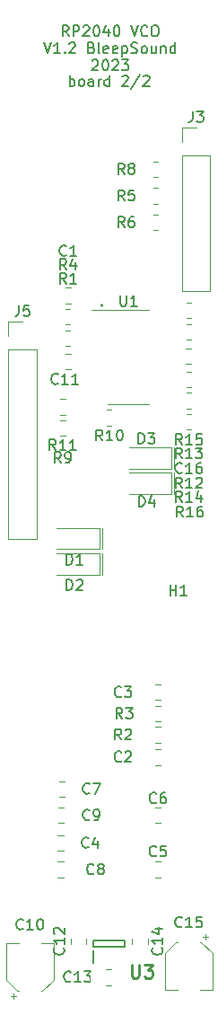
<source format=gto>
G04 #@! TF.GenerationSoftware,KiCad,Pcbnew,7.0.7-7.0.7~ubuntu22.04.1*
G04 #@! TF.CreationDate,2023-10-11T21:50:17+02:00*
G04 #@! TF.ProjectId,RP2040-VCO,52503230-3430-42d5-9643-4f2e6b696361,rev?*
G04 #@! TF.SameCoordinates,Original*
G04 #@! TF.FileFunction,Legend,Top*
G04 #@! TF.FilePolarity,Positive*
%FSLAX46Y46*%
G04 Gerber Fmt 4.6, Leading zero omitted, Abs format (unit mm)*
G04 Created by KiCad (PCBNEW 7.0.7-7.0.7~ubuntu22.04.1) date 2023-10-11 21:50:17*
%MOMM*%
%LPD*%
G01*
G04 APERTURE LIST*
%ADD10C,0.120000*%
%ADD11C,0.150000*%
%ADD12C,0.254000*%
%ADD13C,0.200000*%
%ADD14C,3.200000*%
%ADD15R,1.700000X1.700000*%
%ADD16O,1.700000X1.700000*%
%ADD17R,0.600000X1.200000*%
%ADD18C,1.700000*%
G04 APERTURE END LIST*
D10*
X67600000Y-80700000D02*
X67600000Y-82700000D01*
X60941421Y-64900000D02*
G75*
G03*
X60941421Y-64900000I-141421J0D01*
G01*
X60800000Y-88300000D02*
X60800000Y-90300000D01*
X67600000Y-78300000D02*
X67600000Y-80300000D01*
X60800000Y-85900000D02*
X60800000Y-87900000D01*
D11*
X57671428Y-39544819D02*
X57338095Y-39068628D01*
X57100000Y-39544819D02*
X57100000Y-38544819D01*
X57100000Y-38544819D02*
X57480952Y-38544819D01*
X57480952Y-38544819D02*
X57576190Y-38592438D01*
X57576190Y-38592438D02*
X57623809Y-38640057D01*
X57623809Y-38640057D02*
X57671428Y-38735295D01*
X57671428Y-38735295D02*
X57671428Y-38878152D01*
X57671428Y-38878152D02*
X57623809Y-38973390D01*
X57623809Y-38973390D02*
X57576190Y-39021009D01*
X57576190Y-39021009D02*
X57480952Y-39068628D01*
X57480952Y-39068628D02*
X57100000Y-39068628D01*
X58100000Y-39544819D02*
X58100000Y-38544819D01*
X58100000Y-38544819D02*
X58480952Y-38544819D01*
X58480952Y-38544819D02*
X58576190Y-38592438D01*
X58576190Y-38592438D02*
X58623809Y-38640057D01*
X58623809Y-38640057D02*
X58671428Y-38735295D01*
X58671428Y-38735295D02*
X58671428Y-38878152D01*
X58671428Y-38878152D02*
X58623809Y-38973390D01*
X58623809Y-38973390D02*
X58576190Y-39021009D01*
X58576190Y-39021009D02*
X58480952Y-39068628D01*
X58480952Y-39068628D02*
X58100000Y-39068628D01*
X59052381Y-38640057D02*
X59100000Y-38592438D01*
X59100000Y-38592438D02*
X59195238Y-38544819D01*
X59195238Y-38544819D02*
X59433333Y-38544819D01*
X59433333Y-38544819D02*
X59528571Y-38592438D01*
X59528571Y-38592438D02*
X59576190Y-38640057D01*
X59576190Y-38640057D02*
X59623809Y-38735295D01*
X59623809Y-38735295D02*
X59623809Y-38830533D01*
X59623809Y-38830533D02*
X59576190Y-38973390D01*
X59576190Y-38973390D02*
X59004762Y-39544819D01*
X59004762Y-39544819D02*
X59623809Y-39544819D01*
X60242857Y-38544819D02*
X60338095Y-38544819D01*
X60338095Y-38544819D02*
X60433333Y-38592438D01*
X60433333Y-38592438D02*
X60480952Y-38640057D01*
X60480952Y-38640057D02*
X60528571Y-38735295D01*
X60528571Y-38735295D02*
X60576190Y-38925771D01*
X60576190Y-38925771D02*
X60576190Y-39163866D01*
X60576190Y-39163866D02*
X60528571Y-39354342D01*
X60528571Y-39354342D02*
X60480952Y-39449580D01*
X60480952Y-39449580D02*
X60433333Y-39497200D01*
X60433333Y-39497200D02*
X60338095Y-39544819D01*
X60338095Y-39544819D02*
X60242857Y-39544819D01*
X60242857Y-39544819D02*
X60147619Y-39497200D01*
X60147619Y-39497200D02*
X60100000Y-39449580D01*
X60100000Y-39449580D02*
X60052381Y-39354342D01*
X60052381Y-39354342D02*
X60004762Y-39163866D01*
X60004762Y-39163866D02*
X60004762Y-38925771D01*
X60004762Y-38925771D02*
X60052381Y-38735295D01*
X60052381Y-38735295D02*
X60100000Y-38640057D01*
X60100000Y-38640057D02*
X60147619Y-38592438D01*
X60147619Y-38592438D02*
X60242857Y-38544819D01*
X61433333Y-38878152D02*
X61433333Y-39544819D01*
X61195238Y-38497200D02*
X60957143Y-39211485D01*
X60957143Y-39211485D02*
X61576190Y-39211485D01*
X62147619Y-38544819D02*
X62242857Y-38544819D01*
X62242857Y-38544819D02*
X62338095Y-38592438D01*
X62338095Y-38592438D02*
X62385714Y-38640057D01*
X62385714Y-38640057D02*
X62433333Y-38735295D01*
X62433333Y-38735295D02*
X62480952Y-38925771D01*
X62480952Y-38925771D02*
X62480952Y-39163866D01*
X62480952Y-39163866D02*
X62433333Y-39354342D01*
X62433333Y-39354342D02*
X62385714Y-39449580D01*
X62385714Y-39449580D02*
X62338095Y-39497200D01*
X62338095Y-39497200D02*
X62242857Y-39544819D01*
X62242857Y-39544819D02*
X62147619Y-39544819D01*
X62147619Y-39544819D02*
X62052381Y-39497200D01*
X62052381Y-39497200D02*
X62004762Y-39449580D01*
X62004762Y-39449580D02*
X61957143Y-39354342D01*
X61957143Y-39354342D02*
X61909524Y-39163866D01*
X61909524Y-39163866D02*
X61909524Y-38925771D01*
X61909524Y-38925771D02*
X61957143Y-38735295D01*
X61957143Y-38735295D02*
X62004762Y-38640057D01*
X62004762Y-38640057D02*
X62052381Y-38592438D01*
X62052381Y-38592438D02*
X62147619Y-38544819D01*
X63528572Y-38544819D02*
X63861905Y-39544819D01*
X63861905Y-39544819D02*
X64195238Y-38544819D01*
X65100000Y-39449580D02*
X65052381Y-39497200D01*
X65052381Y-39497200D02*
X64909524Y-39544819D01*
X64909524Y-39544819D02*
X64814286Y-39544819D01*
X64814286Y-39544819D02*
X64671429Y-39497200D01*
X64671429Y-39497200D02*
X64576191Y-39401961D01*
X64576191Y-39401961D02*
X64528572Y-39306723D01*
X64528572Y-39306723D02*
X64480953Y-39116247D01*
X64480953Y-39116247D02*
X64480953Y-38973390D01*
X64480953Y-38973390D02*
X64528572Y-38782914D01*
X64528572Y-38782914D02*
X64576191Y-38687676D01*
X64576191Y-38687676D02*
X64671429Y-38592438D01*
X64671429Y-38592438D02*
X64814286Y-38544819D01*
X64814286Y-38544819D02*
X64909524Y-38544819D01*
X64909524Y-38544819D02*
X65052381Y-38592438D01*
X65052381Y-38592438D02*
X65100000Y-38640057D01*
X65719048Y-38544819D02*
X65909524Y-38544819D01*
X65909524Y-38544819D02*
X66004762Y-38592438D01*
X66004762Y-38592438D02*
X66100000Y-38687676D01*
X66100000Y-38687676D02*
X66147619Y-38878152D01*
X66147619Y-38878152D02*
X66147619Y-39211485D01*
X66147619Y-39211485D02*
X66100000Y-39401961D01*
X66100000Y-39401961D02*
X66004762Y-39497200D01*
X66004762Y-39497200D02*
X65909524Y-39544819D01*
X65909524Y-39544819D02*
X65719048Y-39544819D01*
X65719048Y-39544819D02*
X65623810Y-39497200D01*
X65623810Y-39497200D02*
X65528572Y-39401961D01*
X65528572Y-39401961D02*
X65480953Y-39211485D01*
X65480953Y-39211485D02*
X65480953Y-38878152D01*
X65480953Y-38878152D02*
X65528572Y-38687676D01*
X65528572Y-38687676D02*
X65623810Y-38592438D01*
X65623810Y-38592438D02*
X65719048Y-38544819D01*
X55338095Y-40154819D02*
X55671428Y-41154819D01*
X55671428Y-41154819D02*
X56004761Y-40154819D01*
X56861904Y-41154819D02*
X56290476Y-41154819D01*
X56576190Y-41154819D02*
X56576190Y-40154819D01*
X56576190Y-40154819D02*
X56480952Y-40297676D01*
X56480952Y-40297676D02*
X56385714Y-40392914D01*
X56385714Y-40392914D02*
X56290476Y-40440533D01*
X57290476Y-41059580D02*
X57338095Y-41107200D01*
X57338095Y-41107200D02*
X57290476Y-41154819D01*
X57290476Y-41154819D02*
X57242857Y-41107200D01*
X57242857Y-41107200D02*
X57290476Y-41059580D01*
X57290476Y-41059580D02*
X57290476Y-41154819D01*
X57719047Y-40250057D02*
X57766666Y-40202438D01*
X57766666Y-40202438D02*
X57861904Y-40154819D01*
X57861904Y-40154819D02*
X58099999Y-40154819D01*
X58099999Y-40154819D02*
X58195237Y-40202438D01*
X58195237Y-40202438D02*
X58242856Y-40250057D01*
X58242856Y-40250057D02*
X58290475Y-40345295D01*
X58290475Y-40345295D02*
X58290475Y-40440533D01*
X58290475Y-40440533D02*
X58242856Y-40583390D01*
X58242856Y-40583390D02*
X57671428Y-41154819D01*
X57671428Y-41154819D02*
X58290475Y-41154819D01*
X59814285Y-40631009D02*
X59957142Y-40678628D01*
X59957142Y-40678628D02*
X60004761Y-40726247D01*
X60004761Y-40726247D02*
X60052380Y-40821485D01*
X60052380Y-40821485D02*
X60052380Y-40964342D01*
X60052380Y-40964342D02*
X60004761Y-41059580D01*
X60004761Y-41059580D02*
X59957142Y-41107200D01*
X59957142Y-41107200D02*
X59861904Y-41154819D01*
X59861904Y-41154819D02*
X59480952Y-41154819D01*
X59480952Y-41154819D02*
X59480952Y-40154819D01*
X59480952Y-40154819D02*
X59814285Y-40154819D01*
X59814285Y-40154819D02*
X59909523Y-40202438D01*
X59909523Y-40202438D02*
X59957142Y-40250057D01*
X59957142Y-40250057D02*
X60004761Y-40345295D01*
X60004761Y-40345295D02*
X60004761Y-40440533D01*
X60004761Y-40440533D02*
X59957142Y-40535771D01*
X59957142Y-40535771D02*
X59909523Y-40583390D01*
X59909523Y-40583390D02*
X59814285Y-40631009D01*
X59814285Y-40631009D02*
X59480952Y-40631009D01*
X60623809Y-41154819D02*
X60528571Y-41107200D01*
X60528571Y-41107200D02*
X60480952Y-41011961D01*
X60480952Y-41011961D02*
X60480952Y-40154819D01*
X61385714Y-41107200D02*
X61290476Y-41154819D01*
X61290476Y-41154819D02*
X61100000Y-41154819D01*
X61100000Y-41154819D02*
X61004762Y-41107200D01*
X61004762Y-41107200D02*
X60957143Y-41011961D01*
X60957143Y-41011961D02*
X60957143Y-40631009D01*
X60957143Y-40631009D02*
X61004762Y-40535771D01*
X61004762Y-40535771D02*
X61100000Y-40488152D01*
X61100000Y-40488152D02*
X61290476Y-40488152D01*
X61290476Y-40488152D02*
X61385714Y-40535771D01*
X61385714Y-40535771D02*
X61433333Y-40631009D01*
X61433333Y-40631009D02*
X61433333Y-40726247D01*
X61433333Y-40726247D02*
X60957143Y-40821485D01*
X62242857Y-41107200D02*
X62147619Y-41154819D01*
X62147619Y-41154819D02*
X61957143Y-41154819D01*
X61957143Y-41154819D02*
X61861905Y-41107200D01*
X61861905Y-41107200D02*
X61814286Y-41011961D01*
X61814286Y-41011961D02*
X61814286Y-40631009D01*
X61814286Y-40631009D02*
X61861905Y-40535771D01*
X61861905Y-40535771D02*
X61957143Y-40488152D01*
X61957143Y-40488152D02*
X62147619Y-40488152D01*
X62147619Y-40488152D02*
X62242857Y-40535771D01*
X62242857Y-40535771D02*
X62290476Y-40631009D01*
X62290476Y-40631009D02*
X62290476Y-40726247D01*
X62290476Y-40726247D02*
X61814286Y-40821485D01*
X62719048Y-40488152D02*
X62719048Y-41488152D01*
X62719048Y-40535771D02*
X62814286Y-40488152D01*
X62814286Y-40488152D02*
X63004762Y-40488152D01*
X63004762Y-40488152D02*
X63100000Y-40535771D01*
X63100000Y-40535771D02*
X63147619Y-40583390D01*
X63147619Y-40583390D02*
X63195238Y-40678628D01*
X63195238Y-40678628D02*
X63195238Y-40964342D01*
X63195238Y-40964342D02*
X63147619Y-41059580D01*
X63147619Y-41059580D02*
X63100000Y-41107200D01*
X63100000Y-41107200D02*
X63004762Y-41154819D01*
X63004762Y-41154819D02*
X62814286Y-41154819D01*
X62814286Y-41154819D02*
X62719048Y-41107200D01*
X63576191Y-41107200D02*
X63719048Y-41154819D01*
X63719048Y-41154819D02*
X63957143Y-41154819D01*
X63957143Y-41154819D02*
X64052381Y-41107200D01*
X64052381Y-41107200D02*
X64100000Y-41059580D01*
X64100000Y-41059580D02*
X64147619Y-40964342D01*
X64147619Y-40964342D02*
X64147619Y-40869104D01*
X64147619Y-40869104D02*
X64100000Y-40773866D01*
X64100000Y-40773866D02*
X64052381Y-40726247D01*
X64052381Y-40726247D02*
X63957143Y-40678628D01*
X63957143Y-40678628D02*
X63766667Y-40631009D01*
X63766667Y-40631009D02*
X63671429Y-40583390D01*
X63671429Y-40583390D02*
X63623810Y-40535771D01*
X63623810Y-40535771D02*
X63576191Y-40440533D01*
X63576191Y-40440533D02*
X63576191Y-40345295D01*
X63576191Y-40345295D02*
X63623810Y-40250057D01*
X63623810Y-40250057D02*
X63671429Y-40202438D01*
X63671429Y-40202438D02*
X63766667Y-40154819D01*
X63766667Y-40154819D02*
X64004762Y-40154819D01*
X64004762Y-40154819D02*
X64147619Y-40202438D01*
X64719048Y-41154819D02*
X64623810Y-41107200D01*
X64623810Y-41107200D02*
X64576191Y-41059580D01*
X64576191Y-41059580D02*
X64528572Y-40964342D01*
X64528572Y-40964342D02*
X64528572Y-40678628D01*
X64528572Y-40678628D02*
X64576191Y-40583390D01*
X64576191Y-40583390D02*
X64623810Y-40535771D01*
X64623810Y-40535771D02*
X64719048Y-40488152D01*
X64719048Y-40488152D02*
X64861905Y-40488152D01*
X64861905Y-40488152D02*
X64957143Y-40535771D01*
X64957143Y-40535771D02*
X65004762Y-40583390D01*
X65004762Y-40583390D02*
X65052381Y-40678628D01*
X65052381Y-40678628D02*
X65052381Y-40964342D01*
X65052381Y-40964342D02*
X65004762Y-41059580D01*
X65004762Y-41059580D02*
X64957143Y-41107200D01*
X64957143Y-41107200D02*
X64861905Y-41154819D01*
X64861905Y-41154819D02*
X64719048Y-41154819D01*
X65909524Y-40488152D02*
X65909524Y-41154819D01*
X65480953Y-40488152D02*
X65480953Y-41011961D01*
X65480953Y-41011961D02*
X65528572Y-41107200D01*
X65528572Y-41107200D02*
X65623810Y-41154819D01*
X65623810Y-41154819D02*
X65766667Y-41154819D01*
X65766667Y-41154819D02*
X65861905Y-41107200D01*
X65861905Y-41107200D02*
X65909524Y-41059580D01*
X66385715Y-40488152D02*
X66385715Y-41154819D01*
X66385715Y-40583390D02*
X66433334Y-40535771D01*
X66433334Y-40535771D02*
X66528572Y-40488152D01*
X66528572Y-40488152D02*
X66671429Y-40488152D01*
X66671429Y-40488152D02*
X66766667Y-40535771D01*
X66766667Y-40535771D02*
X66814286Y-40631009D01*
X66814286Y-40631009D02*
X66814286Y-41154819D01*
X67719048Y-41154819D02*
X67719048Y-40154819D01*
X67719048Y-41107200D02*
X67623810Y-41154819D01*
X67623810Y-41154819D02*
X67433334Y-41154819D01*
X67433334Y-41154819D02*
X67338096Y-41107200D01*
X67338096Y-41107200D02*
X67290477Y-41059580D01*
X67290477Y-41059580D02*
X67242858Y-40964342D01*
X67242858Y-40964342D02*
X67242858Y-40678628D01*
X67242858Y-40678628D02*
X67290477Y-40583390D01*
X67290477Y-40583390D02*
X67338096Y-40535771D01*
X67338096Y-40535771D02*
X67433334Y-40488152D01*
X67433334Y-40488152D02*
X67623810Y-40488152D01*
X67623810Y-40488152D02*
X67719048Y-40535771D01*
X59885714Y-41860057D02*
X59933333Y-41812438D01*
X59933333Y-41812438D02*
X60028571Y-41764819D01*
X60028571Y-41764819D02*
X60266666Y-41764819D01*
X60266666Y-41764819D02*
X60361904Y-41812438D01*
X60361904Y-41812438D02*
X60409523Y-41860057D01*
X60409523Y-41860057D02*
X60457142Y-41955295D01*
X60457142Y-41955295D02*
X60457142Y-42050533D01*
X60457142Y-42050533D02*
X60409523Y-42193390D01*
X60409523Y-42193390D02*
X59838095Y-42764819D01*
X59838095Y-42764819D02*
X60457142Y-42764819D01*
X61076190Y-41764819D02*
X61171428Y-41764819D01*
X61171428Y-41764819D02*
X61266666Y-41812438D01*
X61266666Y-41812438D02*
X61314285Y-41860057D01*
X61314285Y-41860057D02*
X61361904Y-41955295D01*
X61361904Y-41955295D02*
X61409523Y-42145771D01*
X61409523Y-42145771D02*
X61409523Y-42383866D01*
X61409523Y-42383866D02*
X61361904Y-42574342D01*
X61361904Y-42574342D02*
X61314285Y-42669580D01*
X61314285Y-42669580D02*
X61266666Y-42717200D01*
X61266666Y-42717200D02*
X61171428Y-42764819D01*
X61171428Y-42764819D02*
X61076190Y-42764819D01*
X61076190Y-42764819D02*
X60980952Y-42717200D01*
X60980952Y-42717200D02*
X60933333Y-42669580D01*
X60933333Y-42669580D02*
X60885714Y-42574342D01*
X60885714Y-42574342D02*
X60838095Y-42383866D01*
X60838095Y-42383866D02*
X60838095Y-42145771D01*
X60838095Y-42145771D02*
X60885714Y-41955295D01*
X60885714Y-41955295D02*
X60933333Y-41860057D01*
X60933333Y-41860057D02*
X60980952Y-41812438D01*
X60980952Y-41812438D02*
X61076190Y-41764819D01*
X61790476Y-41860057D02*
X61838095Y-41812438D01*
X61838095Y-41812438D02*
X61933333Y-41764819D01*
X61933333Y-41764819D02*
X62171428Y-41764819D01*
X62171428Y-41764819D02*
X62266666Y-41812438D01*
X62266666Y-41812438D02*
X62314285Y-41860057D01*
X62314285Y-41860057D02*
X62361904Y-41955295D01*
X62361904Y-41955295D02*
X62361904Y-42050533D01*
X62361904Y-42050533D02*
X62314285Y-42193390D01*
X62314285Y-42193390D02*
X61742857Y-42764819D01*
X61742857Y-42764819D02*
X62361904Y-42764819D01*
X62695238Y-41764819D02*
X63314285Y-41764819D01*
X63314285Y-41764819D02*
X62980952Y-42145771D01*
X62980952Y-42145771D02*
X63123809Y-42145771D01*
X63123809Y-42145771D02*
X63219047Y-42193390D01*
X63219047Y-42193390D02*
X63266666Y-42241009D01*
X63266666Y-42241009D02*
X63314285Y-42336247D01*
X63314285Y-42336247D02*
X63314285Y-42574342D01*
X63314285Y-42574342D02*
X63266666Y-42669580D01*
X63266666Y-42669580D02*
X63219047Y-42717200D01*
X63219047Y-42717200D02*
X63123809Y-42764819D01*
X63123809Y-42764819D02*
X62838095Y-42764819D01*
X62838095Y-42764819D02*
X62742857Y-42717200D01*
X62742857Y-42717200D02*
X62695238Y-42669580D01*
X57761904Y-44254819D02*
X57761904Y-43254819D01*
X57761904Y-43635771D02*
X57857142Y-43588152D01*
X57857142Y-43588152D02*
X58047618Y-43588152D01*
X58047618Y-43588152D02*
X58142856Y-43635771D01*
X58142856Y-43635771D02*
X58190475Y-43683390D01*
X58190475Y-43683390D02*
X58238094Y-43778628D01*
X58238094Y-43778628D02*
X58238094Y-44064342D01*
X58238094Y-44064342D02*
X58190475Y-44159580D01*
X58190475Y-44159580D02*
X58142856Y-44207200D01*
X58142856Y-44207200D02*
X58047618Y-44254819D01*
X58047618Y-44254819D02*
X57857142Y-44254819D01*
X57857142Y-44254819D02*
X57761904Y-44207200D01*
X58809523Y-44254819D02*
X58714285Y-44207200D01*
X58714285Y-44207200D02*
X58666666Y-44159580D01*
X58666666Y-44159580D02*
X58619047Y-44064342D01*
X58619047Y-44064342D02*
X58619047Y-43778628D01*
X58619047Y-43778628D02*
X58666666Y-43683390D01*
X58666666Y-43683390D02*
X58714285Y-43635771D01*
X58714285Y-43635771D02*
X58809523Y-43588152D01*
X58809523Y-43588152D02*
X58952380Y-43588152D01*
X58952380Y-43588152D02*
X59047618Y-43635771D01*
X59047618Y-43635771D02*
X59095237Y-43683390D01*
X59095237Y-43683390D02*
X59142856Y-43778628D01*
X59142856Y-43778628D02*
X59142856Y-44064342D01*
X59142856Y-44064342D02*
X59095237Y-44159580D01*
X59095237Y-44159580D02*
X59047618Y-44207200D01*
X59047618Y-44207200D02*
X58952380Y-44254819D01*
X58952380Y-44254819D02*
X58809523Y-44254819D01*
X59999999Y-44254819D02*
X59999999Y-43731009D01*
X59999999Y-43731009D02*
X59952380Y-43635771D01*
X59952380Y-43635771D02*
X59857142Y-43588152D01*
X59857142Y-43588152D02*
X59666666Y-43588152D01*
X59666666Y-43588152D02*
X59571428Y-43635771D01*
X59999999Y-44207200D02*
X59904761Y-44254819D01*
X59904761Y-44254819D02*
X59666666Y-44254819D01*
X59666666Y-44254819D02*
X59571428Y-44207200D01*
X59571428Y-44207200D02*
X59523809Y-44111961D01*
X59523809Y-44111961D02*
X59523809Y-44016723D01*
X59523809Y-44016723D02*
X59571428Y-43921485D01*
X59571428Y-43921485D02*
X59666666Y-43873866D01*
X59666666Y-43873866D02*
X59904761Y-43873866D01*
X59904761Y-43873866D02*
X59999999Y-43826247D01*
X60476190Y-44254819D02*
X60476190Y-43588152D01*
X60476190Y-43778628D02*
X60523809Y-43683390D01*
X60523809Y-43683390D02*
X60571428Y-43635771D01*
X60571428Y-43635771D02*
X60666666Y-43588152D01*
X60666666Y-43588152D02*
X60761904Y-43588152D01*
X61523809Y-44254819D02*
X61523809Y-43254819D01*
X61523809Y-44207200D02*
X61428571Y-44254819D01*
X61428571Y-44254819D02*
X61238095Y-44254819D01*
X61238095Y-44254819D02*
X61142857Y-44207200D01*
X61142857Y-44207200D02*
X61095238Y-44159580D01*
X61095238Y-44159580D02*
X61047619Y-44064342D01*
X61047619Y-44064342D02*
X61047619Y-43778628D01*
X61047619Y-43778628D02*
X61095238Y-43683390D01*
X61095238Y-43683390D02*
X61142857Y-43635771D01*
X61142857Y-43635771D02*
X61238095Y-43588152D01*
X61238095Y-43588152D02*
X61428571Y-43588152D01*
X61428571Y-43588152D02*
X61523809Y-43635771D01*
X62714286Y-43350057D02*
X62761905Y-43302438D01*
X62761905Y-43302438D02*
X62857143Y-43254819D01*
X62857143Y-43254819D02*
X63095238Y-43254819D01*
X63095238Y-43254819D02*
X63190476Y-43302438D01*
X63190476Y-43302438D02*
X63238095Y-43350057D01*
X63238095Y-43350057D02*
X63285714Y-43445295D01*
X63285714Y-43445295D02*
X63285714Y-43540533D01*
X63285714Y-43540533D02*
X63238095Y-43683390D01*
X63238095Y-43683390D02*
X62666667Y-44254819D01*
X62666667Y-44254819D02*
X63285714Y-44254819D01*
X64428571Y-43207200D02*
X63571429Y-44492914D01*
X64714286Y-43350057D02*
X64761905Y-43302438D01*
X64761905Y-43302438D02*
X64857143Y-43254819D01*
X64857143Y-43254819D02*
X65095238Y-43254819D01*
X65095238Y-43254819D02*
X65190476Y-43302438D01*
X65190476Y-43302438D02*
X65238095Y-43350057D01*
X65238095Y-43350057D02*
X65285714Y-43445295D01*
X65285714Y-43445295D02*
X65285714Y-43540533D01*
X65285714Y-43540533D02*
X65238095Y-43683390D01*
X65238095Y-43683390D02*
X64666667Y-44254819D01*
X64666667Y-44254819D02*
X65285714Y-44254819D01*
X53357142Y-123659580D02*
X53309523Y-123707200D01*
X53309523Y-123707200D02*
X53166666Y-123754819D01*
X53166666Y-123754819D02*
X53071428Y-123754819D01*
X53071428Y-123754819D02*
X52928571Y-123707200D01*
X52928571Y-123707200D02*
X52833333Y-123611961D01*
X52833333Y-123611961D02*
X52785714Y-123516723D01*
X52785714Y-123516723D02*
X52738095Y-123326247D01*
X52738095Y-123326247D02*
X52738095Y-123183390D01*
X52738095Y-123183390D02*
X52785714Y-122992914D01*
X52785714Y-122992914D02*
X52833333Y-122897676D01*
X52833333Y-122897676D02*
X52928571Y-122802438D01*
X52928571Y-122802438D02*
X53071428Y-122754819D01*
X53071428Y-122754819D02*
X53166666Y-122754819D01*
X53166666Y-122754819D02*
X53309523Y-122802438D01*
X53309523Y-122802438D02*
X53357142Y-122850057D01*
X54309523Y-123754819D02*
X53738095Y-123754819D01*
X54023809Y-123754819D02*
X54023809Y-122754819D01*
X54023809Y-122754819D02*
X53928571Y-122897676D01*
X53928571Y-122897676D02*
X53833333Y-122992914D01*
X53833333Y-122992914D02*
X53738095Y-123040533D01*
X54928571Y-122754819D02*
X55023809Y-122754819D01*
X55023809Y-122754819D02*
X55119047Y-122802438D01*
X55119047Y-122802438D02*
X55166666Y-122850057D01*
X55166666Y-122850057D02*
X55214285Y-122945295D01*
X55214285Y-122945295D02*
X55261904Y-123135771D01*
X55261904Y-123135771D02*
X55261904Y-123373866D01*
X55261904Y-123373866D02*
X55214285Y-123564342D01*
X55214285Y-123564342D02*
X55166666Y-123659580D01*
X55166666Y-123659580D02*
X55119047Y-123707200D01*
X55119047Y-123707200D02*
X55023809Y-123754819D01*
X55023809Y-123754819D02*
X54928571Y-123754819D01*
X54928571Y-123754819D02*
X54833333Y-123707200D01*
X54833333Y-123707200D02*
X54785714Y-123659580D01*
X54785714Y-123659580D02*
X54738095Y-123564342D01*
X54738095Y-123564342D02*
X54690476Y-123373866D01*
X54690476Y-123373866D02*
X54690476Y-123135771D01*
X54690476Y-123135771D02*
X54738095Y-122945295D01*
X54738095Y-122945295D02*
X54785714Y-122850057D01*
X54785714Y-122850057D02*
X54833333Y-122802438D01*
X54833333Y-122802438D02*
X54928571Y-122754819D01*
X68357142Y-123459580D02*
X68309523Y-123507200D01*
X68309523Y-123507200D02*
X68166666Y-123554819D01*
X68166666Y-123554819D02*
X68071428Y-123554819D01*
X68071428Y-123554819D02*
X67928571Y-123507200D01*
X67928571Y-123507200D02*
X67833333Y-123411961D01*
X67833333Y-123411961D02*
X67785714Y-123316723D01*
X67785714Y-123316723D02*
X67738095Y-123126247D01*
X67738095Y-123126247D02*
X67738095Y-122983390D01*
X67738095Y-122983390D02*
X67785714Y-122792914D01*
X67785714Y-122792914D02*
X67833333Y-122697676D01*
X67833333Y-122697676D02*
X67928571Y-122602438D01*
X67928571Y-122602438D02*
X68071428Y-122554819D01*
X68071428Y-122554819D02*
X68166666Y-122554819D01*
X68166666Y-122554819D02*
X68309523Y-122602438D01*
X68309523Y-122602438D02*
X68357142Y-122650057D01*
X69309523Y-123554819D02*
X68738095Y-123554819D01*
X69023809Y-123554819D02*
X69023809Y-122554819D01*
X69023809Y-122554819D02*
X68928571Y-122697676D01*
X68928571Y-122697676D02*
X68833333Y-122792914D01*
X68833333Y-122792914D02*
X68738095Y-122840533D01*
X70214285Y-122554819D02*
X69738095Y-122554819D01*
X69738095Y-122554819D02*
X69690476Y-123031009D01*
X69690476Y-123031009D02*
X69738095Y-122983390D01*
X69738095Y-122983390D02*
X69833333Y-122935771D01*
X69833333Y-122935771D02*
X70071428Y-122935771D01*
X70071428Y-122935771D02*
X70166666Y-122983390D01*
X70166666Y-122983390D02*
X70214285Y-123031009D01*
X70214285Y-123031009D02*
X70261904Y-123126247D01*
X70261904Y-123126247D02*
X70261904Y-123364342D01*
X70261904Y-123364342D02*
X70214285Y-123459580D01*
X70214285Y-123459580D02*
X70166666Y-123507200D01*
X70166666Y-123507200D02*
X70071428Y-123554819D01*
X70071428Y-123554819D02*
X69833333Y-123554819D01*
X69833333Y-123554819D02*
X69738095Y-123507200D01*
X69738095Y-123507200D02*
X69690476Y-123459580D01*
X62633333Y-105854819D02*
X62300000Y-105378628D01*
X62061905Y-105854819D02*
X62061905Y-104854819D01*
X62061905Y-104854819D02*
X62442857Y-104854819D01*
X62442857Y-104854819D02*
X62538095Y-104902438D01*
X62538095Y-104902438D02*
X62585714Y-104950057D01*
X62585714Y-104950057D02*
X62633333Y-105045295D01*
X62633333Y-105045295D02*
X62633333Y-105188152D01*
X62633333Y-105188152D02*
X62585714Y-105283390D01*
X62585714Y-105283390D02*
X62538095Y-105331009D01*
X62538095Y-105331009D02*
X62442857Y-105378628D01*
X62442857Y-105378628D02*
X62061905Y-105378628D01*
X63014286Y-104950057D02*
X63061905Y-104902438D01*
X63061905Y-104902438D02*
X63157143Y-104854819D01*
X63157143Y-104854819D02*
X63395238Y-104854819D01*
X63395238Y-104854819D02*
X63490476Y-104902438D01*
X63490476Y-104902438D02*
X63538095Y-104950057D01*
X63538095Y-104950057D02*
X63585714Y-105045295D01*
X63585714Y-105045295D02*
X63585714Y-105140533D01*
X63585714Y-105140533D02*
X63538095Y-105283390D01*
X63538095Y-105283390D02*
X62966667Y-105854819D01*
X62966667Y-105854819D02*
X63585714Y-105854819D01*
X67238095Y-92254819D02*
X67238095Y-91254819D01*
X67238095Y-91731009D02*
X67809523Y-91731009D01*
X67809523Y-92254819D02*
X67809523Y-91254819D01*
X68809523Y-92254819D02*
X68238095Y-92254819D01*
X68523809Y-92254819D02*
X68523809Y-91254819D01*
X68523809Y-91254819D02*
X68428571Y-91397676D01*
X68428571Y-91397676D02*
X68333333Y-91492914D01*
X68333333Y-91492914D02*
X68238095Y-91540533D01*
X68357142Y-78054819D02*
X68023809Y-77578628D01*
X67785714Y-78054819D02*
X67785714Y-77054819D01*
X67785714Y-77054819D02*
X68166666Y-77054819D01*
X68166666Y-77054819D02*
X68261904Y-77102438D01*
X68261904Y-77102438D02*
X68309523Y-77150057D01*
X68309523Y-77150057D02*
X68357142Y-77245295D01*
X68357142Y-77245295D02*
X68357142Y-77388152D01*
X68357142Y-77388152D02*
X68309523Y-77483390D01*
X68309523Y-77483390D02*
X68261904Y-77531009D01*
X68261904Y-77531009D02*
X68166666Y-77578628D01*
X68166666Y-77578628D02*
X67785714Y-77578628D01*
X69309523Y-78054819D02*
X68738095Y-78054819D01*
X69023809Y-78054819D02*
X69023809Y-77054819D01*
X69023809Y-77054819D02*
X68928571Y-77197676D01*
X68928571Y-77197676D02*
X68833333Y-77292914D01*
X68833333Y-77292914D02*
X68738095Y-77340533D01*
X70214285Y-77054819D02*
X69738095Y-77054819D01*
X69738095Y-77054819D02*
X69690476Y-77531009D01*
X69690476Y-77531009D02*
X69738095Y-77483390D01*
X69738095Y-77483390D02*
X69833333Y-77435771D01*
X69833333Y-77435771D02*
X70071428Y-77435771D01*
X70071428Y-77435771D02*
X70166666Y-77483390D01*
X70166666Y-77483390D02*
X70214285Y-77531009D01*
X70214285Y-77531009D02*
X70261904Y-77626247D01*
X70261904Y-77626247D02*
X70261904Y-77864342D01*
X70261904Y-77864342D02*
X70214285Y-77959580D01*
X70214285Y-77959580D02*
X70166666Y-78007200D01*
X70166666Y-78007200D02*
X70071428Y-78054819D01*
X70071428Y-78054819D02*
X69833333Y-78054819D01*
X69833333Y-78054819D02*
X69738095Y-78007200D01*
X69738095Y-78007200D02*
X69690476Y-77959580D01*
X62733333Y-103854819D02*
X62400000Y-103378628D01*
X62161905Y-103854819D02*
X62161905Y-102854819D01*
X62161905Y-102854819D02*
X62542857Y-102854819D01*
X62542857Y-102854819D02*
X62638095Y-102902438D01*
X62638095Y-102902438D02*
X62685714Y-102950057D01*
X62685714Y-102950057D02*
X62733333Y-103045295D01*
X62733333Y-103045295D02*
X62733333Y-103188152D01*
X62733333Y-103188152D02*
X62685714Y-103283390D01*
X62685714Y-103283390D02*
X62638095Y-103331009D01*
X62638095Y-103331009D02*
X62542857Y-103378628D01*
X62542857Y-103378628D02*
X62161905Y-103378628D01*
X63066667Y-102854819D02*
X63685714Y-102854819D01*
X63685714Y-102854819D02*
X63352381Y-103235771D01*
X63352381Y-103235771D02*
X63495238Y-103235771D01*
X63495238Y-103235771D02*
X63590476Y-103283390D01*
X63590476Y-103283390D02*
X63638095Y-103331009D01*
X63638095Y-103331009D02*
X63685714Y-103426247D01*
X63685714Y-103426247D02*
X63685714Y-103664342D01*
X63685714Y-103664342D02*
X63638095Y-103759580D01*
X63638095Y-103759580D02*
X63590476Y-103807200D01*
X63590476Y-103807200D02*
X63495238Y-103854819D01*
X63495238Y-103854819D02*
X63209524Y-103854819D01*
X63209524Y-103854819D02*
X63114286Y-103807200D01*
X63114286Y-103807200D02*
X63066667Y-103759580D01*
X68357142Y-82154819D02*
X68023809Y-81678628D01*
X67785714Y-82154819D02*
X67785714Y-81154819D01*
X67785714Y-81154819D02*
X68166666Y-81154819D01*
X68166666Y-81154819D02*
X68261904Y-81202438D01*
X68261904Y-81202438D02*
X68309523Y-81250057D01*
X68309523Y-81250057D02*
X68357142Y-81345295D01*
X68357142Y-81345295D02*
X68357142Y-81488152D01*
X68357142Y-81488152D02*
X68309523Y-81583390D01*
X68309523Y-81583390D02*
X68261904Y-81631009D01*
X68261904Y-81631009D02*
X68166666Y-81678628D01*
X68166666Y-81678628D02*
X67785714Y-81678628D01*
X69309523Y-82154819D02*
X68738095Y-82154819D01*
X69023809Y-82154819D02*
X69023809Y-81154819D01*
X69023809Y-81154819D02*
X68928571Y-81297676D01*
X68928571Y-81297676D02*
X68833333Y-81392914D01*
X68833333Y-81392914D02*
X68738095Y-81440533D01*
X69690476Y-81250057D02*
X69738095Y-81202438D01*
X69738095Y-81202438D02*
X69833333Y-81154819D01*
X69833333Y-81154819D02*
X70071428Y-81154819D01*
X70071428Y-81154819D02*
X70166666Y-81202438D01*
X70166666Y-81202438D02*
X70214285Y-81250057D01*
X70214285Y-81250057D02*
X70261904Y-81345295D01*
X70261904Y-81345295D02*
X70261904Y-81440533D01*
X70261904Y-81440533D02*
X70214285Y-81583390D01*
X70214285Y-81583390D02*
X69642857Y-82154819D01*
X69642857Y-82154819D02*
X70261904Y-82154819D01*
X65933333Y-116759580D02*
X65885714Y-116807200D01*
X65885714Y-116807200D02*
X65742857Y-116854819D01*
X65742857Y-116854819D02*
X65647619Y-116854819D01*
X65647619Y-116854819D02*
X65504762Y-116807200D01*
X65504762Y-116807200D02*
X65409524Y-116711961D01*
X65409524Y-116711961D02*
X65361905Y-116616723D01*
X65361905Y-116616723D02*
X65314286Y-116426247D01*
X65314286Y-116426247D02*
X65314286Y-116283390D01*
X65314286Y-116283390D02*
X65361905Y-116092914D01*
X65361905Y-116092914D02*
X65409524Y-115997676D01*
X65409524Y-115997676D02*
X65504762Y-115902438D01*
X65504762Y-115902438D02*
X65647619Y-115854819D01*
X65647619Y-115854819D02*
X65742857Y-115854819D01*
X65742857Y-115854819D02*
X65885714Y-115902438D01*
X65885714Y-115902438D02*
X65933333Y-115950057D01*
X66838095Y-115854819D02*
X66361905Y-115854819D01*
X66361905Y-115854819D02*
X66314286Y-116331009D01*
X66314286Y-116331009D02*
X66361905Y-116283390D01*
X66361905Y-116283390D02*
X66457143Y-116235771D01*
X66457143Y-116235771D02*
X66695238Y-116235771D01*
X66695238Y-116235771D02*
X66790476Y-116283390D01*
X66790476Y-116283390D02*
X66838095Y-116331009D01*
X66838095Y-116331009D02*
X66885714Y-116426247D01*
X66885714Y-116426247D02*
X66885714Y-116664342D01*
X66885714Y-116664342D02*
X66838095Y-116759580D01*
X66838095Y-116759580D02*
X66790476Y-116807200D01*
X66790476Y-116807200D02*
X66695238Y-116854819D01*
X66695238Y-116854819D02*
X66457143Y-116854819D01*
X66457143Y-116854819D02*
X66361905Y-116807200D01*
X66361905Y-116807200D02*
X66314286Y-116759580D01*
X64261905Y-77967319D02*
X64261905Y-76967319D01*
X64261905Y-76967319D02*
X64500000Y-76967319D01*
X64500000Y-76967319D02*
X64642857Y-77014938D01*
X64642857Y-77014938D02*
X64738095Y-77110176D01*
X64738095Y-77110176D02*
X64785714Y-77205414D01*
X64785714Y-77205414D02*
X64833333Y-77395890D01*
X64833333Y-77395890D02*
X64833333Y-77538747D01*
X64833333Y-77538747D02*
X64785714Y-77729223D01*
X64785714Y-77729223D02*
X64738095Y-77824461D01*
X64738095Y-77824461D02*
X64642857Y-77919700D01*
X64642857Y-77919700D02*
X64500000Y-77967319D01*
X64500000Y-77967319D02*
X64261905Y-77967319D01*
X65166667Y-76967319D02*
X65785714Y-76967319D01*
X65785714Y-76967319D02*
X65452381Y-77348271D01*
X65452381Y-77348271D02*
X65595238Y-77348271D01*
X65595238Y-77348271D02*
X65690476Y-77395890D01*
X65690476Y-77395890D02*
X65738095Y-77443509D01*
X65738095Y-77443509D02*
X65785714Y-77538747D01*
X65785714Y-77538747D02*
X65785714Y-77776842D01*
X65785714Y-77776842D02*
X65738095Y-77872080D01*
X65738095Y-77872080D02*
X65690476Y-77919700D01*
X65690476Y-77919700D02*
X65595238Y-77967319D01*
X65595238Y-77967319D02*
X65309524Y-77967319D01*
X65309524Y-77967319D02*
X65214286Y-77919700D01*
X65214286Y-77919700D02*
X65166667Y-77872080D01*
X57857142Y-128609580D02*
X57809523Y-128657200D01*
X57809523Y-128657200D02*
X57666666Y-128704819D01*
X57666666Y-128704819D02*
X57571428Y-128704819D01*
X57571428Y-128704819D02*
X57428571Y-128657200D01*
X57428571Y-128657200D02*
X57333333Y-128561961D01*
X57333333Y-128561961D02*
X57285714Y-128466723D01*
X57285714Y-128466723D02*
X57238095Y-128276247D01*
X57238095Y-128276247D02*
X57238095Y-128133390D01*
X57238095Y-128133390D02*
X57285714Y-127942914D01*
X57285714Y-127942914D02*
X57333333Y-127847676D01*
X57333333Y-127847676D02*
X57428571Y-127752438D01*
X57428571Y-127752438D02*
X57571428Y-127704819D01*
X57571428Y-127704819D02*
X57666666Y-127704819D01*
X57666666Y-127704819D02*
X57809523Y-127752438D01*
X57809523Y-127752438D02*
X57857142Y-127800057D01*
X58809523Y-128704819D02*
X58238095Y-128704819D01*
X58523809Y-128704819D02*
X58523809Y-127704819D01*
X58523809Y-127704819D02*
X58428571Y-127847676D01*
X58428571Y-127847676D02*
X58333333Y-127942914D01*
X58333333Y-127942914D02*
X58238095Y-127990533D01*
X59142857Y-127704819D02*
X59761904Y-127704819D01*
X59761904Y-127704819D02*
X59428571Y-128085771D01*
X59428571Y-128085771D02*
X59571428Y-128085771D01*
X59571428Y-128085771D02*
X59666666Y-128133390D01*
X59666666Y-128133390D02*
X59714285Y-128181009D01*
X59714285Y-128181009D02*
X59761904Y-128276247D01*
X59761904Y-128276247D02*
X59761904Y-128514342D01*
X59761904Y-128514342D02*
X59714285Y-128609580D01*
X59714285Y-128609580D02*
X59666666Y-128657200D01*
X59666666Y-128657200D02*
X59571428Y-128704819D01*
X59571428Y-128704819D02*
X59285714Y-128704819D01*
X59285714Y-128704819D02*
X59190476Y-128657200D01*
X59190476Y-128657200D02*
X59142857Y-128609580D01*
X59533333Y-115959580D02*
X59485714Y-116007200D01*
X59485714Y-116007200D02*
X59342857Y-116054819D01*
X59342857Y-116054819D02*
X59247619Y-116054819D01*
X59247619Y-116054819D02*
X59104762Y-116007200D01*
X59104762Y-116007200D02*
X59009524Y-115911961D01*
X59009524Y-115911961D02*
X58961905Y-115816723D01*
X58961905Y-115816723D02*
X58914286Y-115626247D01*
X58914286Y-115626247D02*
X58914286Y-115483390D01*
X58914286Y-115483390D02*
X58961905Y-115292914D01*
X58961905Y-115292914D02*
X59009524Y-115197676D01*
X59009524Y-115197676D02*
X59104762Y-115102438D01*
X59104762Y-115102438D02*
X59247619Y-115054819D01*
X59247619Y-115054819D02*
X59342857Y-115054819D01*
X59342857Y-115054819D02*
X59485714Y-115102438D01*
X59485714Y-115102438D02*
X59533333Y-115150057D01*
X60390476Y-115388152D02*
X60390476Y-116054819D01*
X60152381Y-115007200D02*
X59914286Y-115721485D01*
X59914286Y-115721485D02*
X60533333Y-115721485D01*
X69366666Y-46624819D02*
X69366666Y-47339104D01*
X69366666Y-47339104D02*
X69319047Y-47481961D01*
X69319047Y-47481961D02*
X69223809Y-47577200D01*
X69223809Y-47577200D02*
X69080952Y-47624819D01*
X69080952Y-47624819D02*
X68985714Y-47624819D01*
X69747619Y-46624819D02*
X70366666Y-46624819D01*
X70366666Y-46624819D02*
X70033333Y-47005771D01*
X70033333Y-47005771D02*
X70176190Y-47005771D01*
X70176190Y-47005771D02*
X70271428Y-47053390D01*
X70271428Y-47053390D02*
X70319047Y-47101009D01*
X70319047Y-47101009D02*
X70366666Y-47196247D01*
X70366666Y-47196247D02*
X70366666Y-47434342D01*
X70366666Y-47434342D02*
X70319047Y-47529580D01*
X70319047Y-47529580D02*
X70271428Y-47577200D01*
X70271428Y-47577200D02*
X70176190Y-47624819D01*
X70176190Y-47624819D02*
X69890476Y-47624819D01*
X69890476Y-47624819D02*
X69795238Y-47577200D01*
X69795238Y-47577200D02*
X69747619Y-47529580D01*
X62633333Y-101759580D02*
X62585714Y-101807200D01*
X62585714Y-101807200D02*
X62442857Y-101854819D01*
X62442857Y-101854819D02*
X62347619Y-101854819D01*
X62347619Y-101854819D02*
X62204762Y-101807200D01*
X62204762Y-101807200D02*
X62109524Y-101711961D01*
X62109524Y-101711961D02*
X62061905Y-101616723D01*
X62061905Y-101616723D02*
X62014286Y-101426247D01*
X62014286Y-101426247D02*
X62014286Y-101283390D01*
X62014286Y-101283390D02*
X62061905Y-101092914D01*
X62061905Y-101092914D02*
X62109524Y-100997676D01*
X62109524Y-100997676D02*
X62204762Y-100902438D01*
X62204762Y-100902438D02*
X62347619Y-100854819D01*
X62347619Y-100854819D02*
X62442857Y-100854819D01*
X62442857Y-100854819D02*
X62585714Y-100902438D01*
X62585714Y-100902438D02*
X62633333Y-100950057D01*
X62966667Y-100854819D02*
X63585714Y-100854819D01*
X63585714Y-100854819D02*
X63252381Y-101235771D01*
X63252381Y-101235771D02*
X63395238Y-101235771D01*
X63395238Y-101235771D02*
X63490476Y-101283390D01*
X63490476Y-101283390D02*
X63538095Y-101331009D01*
X63538095Y-101331009D02*
X63585714Y-101426247D01*
X63585714Y-101426247D02*
X63585714Y-101664342D01*
X63585714Y-101664342D02*
X63538095Y-101759580D01*
X63538095Y-101759580D02*
X63490476Y-101807200D01*
X63490476Y-101807200D02*
X63395238Y-101854819D01*
X63395238Y-101854819D02*
X63109524Y-101854819D01*
X63109524Y-101854819D02*
X63014286Y-101807200D01*
X63014286Y-101807200D02*
X62966667Y-101759580D01*
X57461905Y-91754819D02*
X57461905Y-90754819D01*
X57461905Y-90754819D02*
X57700000Y-90754819D01*
X57700000Y-90754819D02*
X57842857Y-90802438D01*
X57842857Y-90802438D02*
X57938095Y-90897676D01*
X57938095Y-90897676D02*
X57985714Y-90992914D01*
X57985714Y-90992914D02*
X58033333Y-91183390D01*
X58033333Y-91183390D02*
X58033333Y-91326247D01*
X58033333Y-91326247D02*
X57985714Y-91516723D01*
X57985714Y-91516723D02*
X57938095Y-91611961D01*
X57938095Y-91611961D02*
X57842857Y-91707200D01*
X57842857Y-91707200D02*
X57700000Y-91754819D01*
X57700000Y-91754819D02*
X57461905Y-91754819D01*
X58414286Y-90850057D02*
X58461905Y-90802438D01*
X58461905Y-90802438D02*
X58557143Y-90754819D01*
X58557143Y-90754819D02*
X58795238Y-90754819D01*
X58795238Y-90754819D02*
X58890476Y-90802438D01*
X58890476Y-90802438D02*
X58938095Y-90850057D01*
X58938095Y-90850057D02*
X58985714Y-90945295D01*
X58985714Y-90945295D02*
X58985714Y-91040533D01*
X58985714Y-91040533D02*
X58938095Y-91183390D01*
X58938095Y-91183390D02*
X58366667Y-91754819D01*
X58366667Y-91754819D02*
X58985714Y-91754819D01*
X57433333Y-60159580D02*
X57385714Y-60207200D01*
X57385714Y-60207200D02*
X57242857Y-60254819D01*
X57242857Y-60254819D02*
X57147619Y-60254819D01*
X57147619Y-60254819D02*
X57004762Y-60207200D01*
X57004762Y-60207200D02*
X56909524Y-60111961D01*
X56909524Y-60111961D02*
X56861905Y-60016723D01*
X56861905Y-60016723D02*
X56814286Y-59826247D01*
X56814286Y-59826247D02*
X56814286Y-59683390D01*
X56814286Y-59683390D02*
X56861905Y-59492914D01*
X56861905Y-59492914D02*
X56909524Y-59397676D01*
X56909524Y-59397676D02*
X57004762Y-59302438D01*
X57004762Y-59302438D02*
X57147619Y-59254819D01*
X57147619Y-59254819D02*
X57242857Y-59254819D01*
X57242857Y-59254819D02*
X57385714Y-59302438D01*
X57385714Y-59302438D02*
X57433333Y-59350057D01*
X58385714Y-60254819D02*
X57814286Y-60254819D01*
X58100000Y-60254819D02*
X58100000Y-59254819D01*
X58100000Y-59254819D02*
X58004762Y-59397676D01*
X58004762Y-59397676D02*
X57909524Y-59492914D01*
X57909524Y-59492914D02*
X57814286Y-59540533D01*
X68457142Y-84854819D02*
X68123809Y-84378628D01*
X67885714Y-84854819D02*
X67885714Y-83854819D01*
X67885714Y-83854819D02*
X68266666Y-83854819D01*
X68266666Y-83854819D02*
X68361904Y-83902438D01*
X68361904Y-83902438D02*
X68409523Y-83950057D01*
X68409523Y-83950057D02*
X68457142Y-84045295D01*
X68457142Y-84045295D02*
X68457142Y-84188152D01*
X68457142Y-84188152D02*
X68409523Y-84283390D01*
X68409523Y-84283390D02*
X68361904Y-84331009D01*
X68361904Y-84331009D02*
X68266666Y-84378628D01*
X68266666Y-84378628D02*
X67885714Y-84378628D01*
X69409523Y-84854819D02*
X68838095Y-84854819D01*
X69123809Y-84854819D02*
X69123809Y-83854819D01*
X69123809Y-83854819D02*
X69028571Y-83997676D01*
X69028571Y-83997676D02*
X68933333Y-84092914D01*
X68933333Y-84092914D02*
X68838095Y-84140533D01*
X70266666Y-83854819D02*
X70076190Y-83854819D01*
X70076190Y-83854819D02*
X69980952Y-83902438D01*
X69980952Y-83902438D02*
X69933333Y-83950057D01*
X69933333Y-83950057D02*
X69838095Y-84092914D01*
X69838095Y-84092914D02*
X69790476Y-84283390D01*
X69790476Y-84283390D02*
X69790476Y-84664342D01*
X69790476Y-84664342D02*
X69838095Y-84759580D01*
X69838095Y-84759580D02*
X69885714Y-84807200D01*
X69885714Y-84807200D02*
X69980952Y-84854819D01*
X69980952Y-84854819D02*
X70171428Y-84854819D01*
X70171428Y-84854819D02*
X70266666Y-84807200D01*
X70266666Y-84807200D02*
X70314285Y-84759580D01*
X70314285Y-84759580D02*
X70361904Y-84664342D01*
X70361904Y-84664342D02*
X70361904Y-84426247D01*
X70361904Y-84426247D02*
X70314285Y-84331009D01*
X70314285Y-84331009D02*
X70266666Y-84283390D01*
X70266666Y-84283390D02*
X70171428Y-84235771D01*
X70171428Y-84235771D02*
X69980952Y-84235771D01*
X69980952Y-84235771D02*
X69885714Y-84283390D01*
X69885714Y-84283390D02*
X69838095Y-84331009D01*
X69838095Y-84331009D02*
X69790476Y-84426247D01*
X56933333Y-79754819D02*
X56600000Y-79278628D01*
X56361905Y-79754819D02*
X56361905Y-78754819D01*
X56361905Y-78754819D02*
X56742857Y-78754819D01*
X56742857Y-78754819D02*
X56838095Y-78802438D01*
X56838095Y-78802438D02*
X56885714Y-78850057D01*
X56885714Y-78850057D02*
X56933333Y-78945295D01*
X56933333Y-78945295D02*
X56933333Y-79088152D01*
X56933333Y-79088152D02*
X56885714Y-79183390D01*
X56885714Y-79183390D02*
X56838095Y-79231009D01*
X56838095Y-79231009D02*
X56742857Y-79278628D01*
X56742857Y-79278628D02*
X56361905Y-79278628D01*
X57409524Y-79754819D02*
X57600000Y-79754819D01*
X57600000Y-79754819D02*
X57695238Y-79707200D01*
X57695238Y-79707200D02*
X57742857Y-79659580D01*
X57742857Y-79659580D02*
X57838095Y-79516723D01*
X57838095Y-79516723D02*
X57885714Y-79326247D01*
X57885714Y-79326247D02*
X57885714Y-78945295D01*
X57885714Y-78945295D02*
X57838095Y-78850057D01*
X57838095Y-78850057D02*
X57790476Y-78802438D01*
X57790476Y-78802438D02*
X57695238Y-78754819D01*
X57695238Y-78754819D02*
X57504762Y-78754819D01*
X57504762Y-78754819D02*
X57409524Y-78802438D01*
X57409524Y-78802438D02*
X57361905Y-78850057D01*
X57361905Y-78850057D02*
X57314286Y-78945295D01*
X57314286Y-78945295D02*
X57314286Y-79183390D01*
X57314286Y-79183390D02*
X57361905Y-79278628D01*
X57361905Y-79278628D02*
X57409524Y-79326247D01*
X57409524Y-79326247D02*
X57504762Y-79373866D01*
X57504762Y-79373866D02*
X57695238Y-79373866D01*
X57695238Y-79373866D02*
X57790476Y-79326247D01*
X57790476Y-79326247D02*
X57838095Y-79278628D01*
X57838095Y-79278628D02*
X57885714Y-79183390D01*
X62538095Y-63974819D02*
X62538095Y-64784342D01*
X62538095Y-64784342D02*
X62585714Y-64879580D01*
X62585714Y-64879580D02*
X62633333Y-64927200D01*
X62633333Y-64927200D02*
X62728571Y-64974819D01*
X62728571Y-64974819D02*
X62919047Y-64974819D01*
X62919047Y-64974819D02*
X63014285Y-64927200D01*
X63014285Y-64927200D02*
X63061904Y-64879580D01*
X63061904Y-64879580D02*
X63109523Y-64784342D01*
X63109523Y-64784342D02*
X63109523Y-63974819D01*
X64109523Y-64974819D02*
X63538095Y-64974819D01*
X63823809Y-64974819D02*
X63823809Y-63974819D01*
X63823809Y-63974819D02*
X63728571Y-64117676D01*
X63728571Y-64117676D02*
X63633333Y-64212914D01*
X63633333Y-64212914D02*
X63538095Y-64260533D01*
X62633333Y-107859580D02*
X62585714Y-107907200D01*
X62585714Y-107907200D02*
X62442857Y-107954819D01*
X62442857Y-107954819D02*
X62347619Y-107954819D01*
X62347619Y-107954819D02*
X62204762Y-107907200D01*
X62204762Y-107907200D02*
X62109524Y-107811961D01*
X62109524Y-107811961D02*
X62061905Y-107716723D01*
X62061905Y-107716723D02*
X62014286Y-107526247D01*
X62014286Y-107526247D02*
X62014286Y-107383390D01*
X62014286Y-107383390D02*
X62061905Y-107192914D01*
X62061905Y-107192914D02*
X62109524Y-107097676D01*
X62109524Y-107097676D02*
X62204762Y-107002438D01*
X62204762Y-107002438D02*
X62347619Y-106954819D01*
X62347619Y-106954819D02*
X62442857Y-106954819D01*
X62442857Y-106954819D02*
X62585714Y-107002438D01*
X62585714Y-107002438D02*
X62633333Y-107050057D01*
X63014286Y-107050057D02*
X63061905Y-107002438D01*
X63061905Y-107002438D02*
X63157143Y-106954819D01*
X63157143Y-106954819D02*
X63395238Y-106954819D01*
X63395238Y-106954819D02*
X63490476Y-107002438D01*
X63490476Y-107002438D02*
X63538095Y-107050057D01*
X63538095Y-107050057D02*
X63585714Y-107145295D01*
X63585714Y-107145295D02*
X63585714Y-107240533D01*
X63585714Y-107240533D02*
X63538095Y-107383390D01*
X63538095Y-107383390D02*
X62966667Y-107954819D01*
X62966667Y-107954819D02*
X63585714Y-107954819D01*
X57159580Y-125492857D02*
X57207200Y-125540476D01*
X57207200Y-125540476D02*
X57254819Y-125683333D01*
X57254819Y-125683333D02*
X57254819Y-125778571D01*
X57254819Y-125778571D02*
X57207200Y-125921428D01*
X57207200Y-125921428D02*
X57111961Y-126016666D01*
X57111961Y-126016666D02*
X57016723Y-126064285D01*
X57016723Y-126064285D02*
X56826247Y-126111904D01*
X56826247Y-126111904D02*
X56683390Y-126111904D01*
X56683390Y-126111904D02*
X56492914Y-126064285D01*
X56492914Y-126064285D02*
X56397676Y-126016666D01*
X56397676Y-126016666D02*
X56302438Y-125921428D01*
X56302438Y-125921428D02*
X56254819Y-125778571D01*
X56254819Y-125778571D02*
X56254819Y-125683333D01*
X56254819Y-125683333D02*
X56302438Y-125540476D01*
X56302438Y-125540476D02*
X56350057Y-125492857D01*
X57254819Y-124540476D02*
X57254819Y-125111904D01*
X57254819Y-124826190D02*
X56254819Y-124826190D01*
X56254819Y-124826190D02*
X56397676Y-124921428D01*
X56397676Y-124921428D02*
X56492914Y-125016666D01*
X56492914Y-125016666D02*
X56540533Y-125111904D01*
X56350057Y-124159523D02*
X56302438Y-124111904D01*
X56302438Y-124111904D02*
X56254819Y-124016666D01*
X56254819Y-124016666D02*
X56254819Y-123778571D01*
X56254819Y-123778571D02*
X56302438Y-123683333D01*
X56302438Y-123683333D02*
X56350057Y-123635714D01*
X56350057Y-123635714D02*
X56445295Y-123588095D01*
X56445295Y-123588095D02*
X56540533Y-123588095D01*
X56540533Y-123588095D02*
X56683390Y-123635714D01*
X56683390Y-123635714D02*
X57254819Y-124207142D01*
X57254819Y-124207142D02*
X57254819Y-123588095D01*
X56457142Y-78554819D02*
X56123809Y-78078628D01*
X55885714Y-78554819D02*
X55885714Y-77554819D01*
X55885714Y-77554819D02*
X56266666Y-77554819D01*
X56266666Y-77554819D02*
X56361904Y-77602438D01*
X56361904Y-77602438D02*
X56409523Y-77650057D01*
X56409523Y-77650057D02*
X56457142Y-77745295D01*
X56457142Y-77745295D02*
X56457142Y-77888152D01*
X56457142Y-77888152D02*
X56409523Y-77983390D01*
X56409523Y-77983390D02*
X56361904Y-78031009D01*
X56361904Y-78031009D02*
X56266666Y-78078628D01*
X56266666Y-78078628D02*
X55885714Y-78078628D01*
X57409523Y-78554819D02*
X56838095Y-78554819D01*
X57123809Y-78554819D02*
X57123809Y-77554819D01*
X57123809Y-77554819D02*
X57028571Y-77697676D01*
X57028571Y-77697676D02*
X56933333Y-77792914D01*
X56933333Y-77792914D02*
X56838095Y-77840533D01*
X58361904Y-78554819D02*
X57790476Y-78554819D01*
X58076190Y-78554819D02*
X58076190Y-77554819D01*
X58076190Y-77554819D02*
X57980952Y-77697676D01*
X57980952Y-77697676D02*
X57885714Y-77792914D01*
X57885714Y-77792914D02*
X57790476Y-77840533D01*
X57433333Y-62854819D02*
X57100000Y-62378628D01*
X56861905Y-62854819D02*
X56861905Y-61854819D01*
X56861905Y-61854819D02*
X57242857Y-61854819D01*
X57242857Y-61854819D02*
X57338095Y-61902438D01*
X57338095Y-61902438D02*
X57385714Y-61950057D01*
X57385714Y-61950057D02*
X57433333Y-62045295D01*
X57433333Y-62045295D02*
X57433333Y-62188152D01*
X57433333Y-62188152D02*
X57385714Y-62283390D01*
X57385714Y-62283390D02*
X57338095Y-62331009D01*
X57338095Y-62331009D02*
X57242857Y-62378628D01*
X57242857Y-62378628D02*
X56861905Y-62378628D01*
X58385714Y-62854819D02*
X57814286Y-62854819D01*
X58100000Y-62854819D02*
X58100000Y-61854819D01*
X58100000Y-61854819D02*
X58004762Y-61997676D01*
X58004762Y-61997676D02*
X57909524Y-62092914D01*
X57909524Y-62092914D02*
X57814286Y-62140533D01*
X68357142Y-83454819D02*
X68023809Y-82978628D01*
X67785714Y-83454819D02*
X67785714Y-82454819D01*
X67785714Y-82454819D02*
X68166666Y-82454819D01*
X68166666Y-82454819D02*
X68261904Y-82502438D01*
X68261904Y-82502438D02*
X68309523Y-82550057D01*
X68309523Y-82550057D02*
X68357142Y-82645295D01*
X68357142Y-82645295D02*
X68357142Y-82788152D01*
X68357142Y-82788152D02*
X68309523Y-82883390D01*
X68309523Y-82883390D02*
X68261904Y-82931009D01*
X68261904Y-82931009D02*
X68166666Y-82978628D01*
X68166666Y-82978628D02*
X67785714Y-82978628D01*
X69309523Y-83454819D02*
X68738095Y-83454819D01*
X69023809Y-83454819D02*
X69023809Y-82454819D01*
X69023809Y-82454819D02*
X68928571Y-82597676D01*
X68928571Y-82597676D02*
X68833333Y-82692914D01*
X68833333Y-82692914D02*
X68738095Y-82740533D01*
X70166666Y-82788152D02*
X70166666Y-83454819D01*
X69928571Y-82407200D02*
X69690476Y-83121485D01*
X69690476Y-83121485D02*
X70309523Y-83121485D01*
X68357142Y-80659580D02*
X68309523Y-80707200D01*
X68309523Y-80707200D02*
X68166666Y-80754819D01*
X68166666Y-80754819D02*
X68071428Y-80754819D01*
X68071428Y-80754819D02*
X67928571Y-80707200D01*
X67928571Y-80707200D02*
X67833333Y-80611961D01*
X67833333Y-80611961D02*
X67785714Y-80516723D01*
X67785714Y-80516723D02*
X67738095Y-80326247D01*
X67738095Y-80326247D02*
X67738095Y-80183390D01*
X67738095Y-80183390D02*
X67785714Y-79992914D01*
X67785714Y-79992914D02*
X67833333Y-79897676D01*
X67833333Y-79897676D02*
X67928571Y-79802438D01*
X67928571Y-79802438D02*
X68071428Y-79754819D01*
X68071428Y-79754819D02*
X68166666Y-79754819D01*
X68166666Y-79754819D02*
X68309523Y-79802438D01*
X68309523Y-79802438D02*
X68357142Y-79850057D01*
X69309523Y-80754819D02*
X68738095Y-80754819D01*
X69023809Y-80754819D02*
X69023809Y-79754819D01*
X69023809Y-79754819D02*
X68928571Y-79897676D01*
X68928571Y-79897676D02*
X68833333Y-79992914D01*
X68833333Y-79992914D02*
X68738095Y-80040533D01*
X70166666Y-79754819D02*
X69976190Y-79754819D01*
X69976190Y-79754819D02*
X69880952Y-79802438D01*
X69880952Y-79802438D02*
X69833333Y-79850057D01*
X69833333Y-79850057D02*
X69738095Y-79992914D01*
X69738095Y-79992914D02*
X69690476Y-80183390D01*
X69690476Y-80183390D02*
X69690476Y-80564342D01*
X69690476Y-80564342D02*
X69738095Y-80659580D01*
X69738095Y-80659580D02*
X69785714Y-80707200D01*
X69785714Y-80707200D02*
X69880952Y-80754819D01*
X69880952Y-80754819D02*
X70071428Y-80754819D01*
X70071428Y-80754819D02*
X70166666Y-80707200D01*
X70166666Y-80707200D02*
X70214285Y-80659580D01*
X70214285Y-80659580D02*
X70261904Y-80564342D01*
X70261904Y-80564342D02*
X70261904Y-80326247D01*
X70261904Y-80326247D02*
X70214285Y-80231009D01*
X70214285Y-80231009D02*
X70166666Y-80183390D01*
X70166666Y-80183390D02*
X70071428Y-80135771D01*
X70071428Y-80135771D02*
X69880952Y-80135771D01*
X69880952Y-80135771D02*
X69785714Y-80183390D01*
X69785714Y-80183390D02*
X69738095Y-80231009D01*
X69738095Y-80231009D02*
X69690476Y-80326247D01*
X52966666Y-64924819D02*
X52966666Y-65639104D01*
X52966666Y-65639104D02*
X52919047Y-65781961D01*
X52919047Y-65781961D02*
X52823809Y-65877200D01*
X52823809Y-65877200D02*
X52680952Y-65924819D01*
X52680952Y-65924819D02*
X52585714Y-65924819D01*
X53919047Y-64924819D02*
X53442857Y-64924819D01*
X53442857Y-64924819D02*
X53395238Y-65401009D01*
X53395238Y-65401009D02*
X53442857Y-65353390D01*
X53442857Y-65353390D02*
X53538095Y-65305771D01*
X53538095Y-65305771D02*
X53776190Y-65305771D01*
X53776190Y-65305771D02*
X53871428Y-65353390D01*
X53871428Y-65353390D02*
X53919047Y-65401009D01*
X53919047Y-65401009D02*
X53966666Y-65496247D01*
X53966666Y-65496247D02*
X53966666Y-65734342D01*
X53966666Y-65734342D02*
X53919047Y-65829580D01*
X53919047Y-65829580D02*
X53871428Y-65877200D01*
X53871428Y-65877200D02*
X53776190Y-65924819D01*
X53776190Y-65924819D02*
X53538095Y-65924819D01*
X53538095Y-65924819D02*
X53442857Y-65877200D01*
X53442857Y-65877200D02*
X53395238Y-65829580D01*
X59633333Y-113359580D02*
X59585714Y-113407200D01*
X59585714Y-113407200D02*
X59442857Y-113454819D01*
X59442857Y-113454819D02*
X59347619Y-113454819D01*
X59347619Y-113454819D02*
X59204762Y-113407200D01*
X59204762Y-113407200D02*
X59109524Y-113311961D01*
X59109524Y-113311961D02*
X59061905Y-113216723D01*
X59061905Y-113216723D02*
X59014286Y-113026247D01*
X59014286Y-113026247D02*
X59014286Y-112883390D01*
X59014286Y-112883390D02*
X59061905Y-112692914D01*
X59061905Y-112692914D02*
X59109524Y-112597676D01*
X59109524Y-112597676D02*
X59204762Y-112502438D01*
X59204762Y-112502438D02*
X59347619Y-112454819D01*
X59347619Y-112454819D02*
X59442857Y-112454819D01*
X59442857Y-112454819D02*
X59585714Y-112502438D01*
X59585714Y-112502438D02*
X59633333Y-112550057D01*
X60109524Y-113454819D02*
X60300000Y-113454819D01*
X60300000Y-113454819D02*
X60395238Y-113407200D01*
X60395238Y-113407200D02*
X60442857Y-113359580D01*
X60442857Y-113359580D02*
X60538095Y-113216723D01*
X60538095Y-113216723D02*
X60585714Y-113026247D01*
X60585714Y-113026247D02*
X60585714Y-112645295D01*
X60585714Y-112645295D02*
X60538095Y-112550057D01*
X60538095Y-112550057D02*
X60490476Y-112502438D01*
X60490476Y-112502438D02*
X60395238Y-112454819D01*
X60395238Y-112454819D02*
X60204762Y-112454819D01*
X60204762Y-112454819D02*
X60109524Y-112502438D01*
X60109524Y-112502438D02*
X60061905Y-112550057D01*
X60061905Y-112550057D02*
X60014286Y-112645295D01*
X60014286Y-112645295D02*
X60014286Y-112883390D01*
X60014286Y-112883390D02*
X60061905Y-112978628D01*
X60061905Y-112978628D02*
X60109524Y-113026247D01*
X60109524Y-113026247D02*
X60204762Y-113073866D01*
X60204762Y-113073866D02*
X60395238Y-113073866D01*
X60395238Y-113073866D02*
X60490476Y-113026247D01*
X60490476Y-113026247D02*
X60538095Y-112978628D01*
X60538095Y-112978628D02*
X60585714Y-112883390D01*
X62933333Y-57554819D02*
X62600000Y-57078628D01*
X62361905Y-57554819D02*
X62361905Y-56554819D01*
X62361905Y-56554819D02*
X62742857Y-56554819D01*
X62742857Y-56554819D02*
X62838095Y-56602438D01*
X62838095Y-56602438D02*
X62885714Y-56650057D01*
X62885714Y-56650057D02*
X62933333Y-56745295D01*
X62933333Y-56745295D02*
X62933333Y-56888152D01*
X62933333Y-56888152D02*
X62885714Y-56983390D01*
X62885714Y-56983390D02*
X62838095Y-57031009D01*
X62838095Y-57031009D02*
X62742857Y-57078628D01*
X62742857Y-57078628D02*
X62361905Y-57078628D01*
X63790476Y-56554819D02*
X63600000Y-56554819D01*
X63600000Y-56554819D02*
X63504762Y-56602438D01*
X63504762Y-56602438D02*
X63457143Y-56650057D01*
X63457143Y-56650057D02*
X63361905Y-56792914D01*
X63361905Y-56792914D02*
X63314286Y-56983390D01*
X63314286Y-56983390D02*
X63314286Y-57364342D01*
X63314286Y-57364342D02*
X63361905Y-57459580D01*
X63361905Y-57459580D02*
X63409524Y-57507200D01*
X63409524Y-57507200D02*
X63504762Y-57554819D01*
X63504762Y-57554819D02*
X63695238Y-57554819D01*
X63695238Y-57554819D02*
X63790476Y-57507200D01*
X63790476Y-57507200D02*
X63838095Y-57459580D01*
X63838095Y-57459580D02*
X63885714Y-57364342D01*
X63885714Y-57364342D02*
X63885714Y-57126247D01*
X63885714Y-57126247D02*
X63838095Y-57031009D01*
X63838095Y-57031009D02*
X63790476Y-56983390D01*
X63790476Y-56983390D02*
X63695238Y-56935771D01*
X63695238Y-56935771D02*
X63504762Y-56935771D01*
X63504762Y-56935771D02*
X63409524Y-56983390D01*
X63409524Y-56983390D02*
X63361905Y-57031009D01*
X63361905Y-57031009D02*
X63314286Y-57126247D01*
X64294405Y-83867319D02*
X64294405Y-82867319D01*
X64294405Y-82867319D02*
X64532500Y-82867319D01*
X64532500Y-82867319D02*
X64675357Y-82914938D01*
X64675357Y-82914938D02*
X64770595Y-83010176D01*
X64770595Y-83010176D02*
X64818214Y-83105414D01*
X64818214Y-83105414D02*
X64865833Y-83295890D01*
X64865833Y-83295890D02*
X64865833Y-83438747D01*
X64865833Y-83438747D02*
X64818214Y-83629223D01*
X64818214Y-83629223D02*
X64770595Y-83724461D01*
X64770595Y-83724461D02*
X64675357Y-83819700D01*
X64675357Y-83819700D02*
X64532500Y-83867319D01*
X64532500Y-83867319D02*
X64294405Y-83867319D01*
X65722976Y-83200652D02*
X65722976Y-83867319D01*
X65484881Y-82819700D02*
X65246786Y-83533985D01*
X65246786Y-83533985D02*
X65865833Y-83533985D01*
X60857142Y-77654819D02*
X60523809Y-77178628D01*
X60285714Y-77654819D02*
X60285714Y-76654819D01*
X60285714Y-76654819D02*
X60666666Y-76654819D01*
X60666666Y-76654819D02*
X60761904Y-76702438D01*
X60761904Y-76702438D02*
X60809523Y-76750057D01*
X60809523Y-76750057D02*
X60857142Y-76845295D01*
X60857142Y-76845295D02*
X60857142Y-76988152D01*
X60857142Y-76988152D02*
X60809523Y-77083390D01*
X60809523Y-77083390D02*
X60761904Y-77131009D01*
X60761904Y-77131009D02*
X60666666Y-77178628D01*
X60666666Y-77178628D02*
X60285714Y-77178628D01*
X61809523Y-77654819D02*
X61238095Y-77654819D01*
X61523809Y-77654819D02*
X61523809Y-76654819D01*
X61523809Y-76654819D02*
X61428571Y-76797676D01*
X61428571Y-76797676D02*
X61333333Y-76892914D01*
X61333333Y-76892914D02*
X61238095Y-76940533D01*
X62428571Y-76654819D02*
X62523809Y-76654819D01*
X62523809Y-76654819D02*
X62619047Y-76702438D01*
X62619047Y-76702438D02*
X62666666Y-76750057D01*
X62666666Y-76750057D02*
X62714285Y-76845295D01*
X62714285Y-76845295D02*
X62761904Y-77035771D01*
X62761904Y-77035771D02*
X62761904Y-77273866D01*
X62761904Y-77273866D02*
X62714285Y-77464342D01*
X62714285Y-77464342D02*
X62666666Y-77559580D01*
X62666666Y-77559580D02*
X62619047Y-77607200D01*
X62619047Y-77607200D02*
X62523809Y-77654819D01*
X62523809Y-77654819D02*
X62428571Y-77654819D01*
X62428571Y-77654819D02*
X62333333Y-77607200D01*
X62333333Y-77607200D02*
X62285714Y-77559580D01*
X62285714Y-77559580D02*
X62238095Y-77464342D01*
X62238095Y-77464342D02*
X62190476Y-77273866D01*
X62190476Y-77273866D02*
X62190476Y-77035771D01*
X62190476Y-77035771D02*
X62238095Y-76845295D01*
X62238095Y-76845295D02*
X62285714Y-76750057D01*
X62285714Y-76750057D02*
X62333333Y-76702438D01*
X62333333Y-76702438D02*
X62428571Y-76654819D01*
X57433333Y-61554819D02*
X57100000Y-61078628D01*
X56861905Y-61554819D02*
X56861905Y-60554819D01*
X56861905Y-60554819D02*
X57242857Y-60554819D01*
X57242857Y-60554819D02*
X57338095Y-60602438D01*
X57338095Y-60602438D02*
X57385714Y-60650057D01*
X57385714Y-60650057D02*
X57433333Y-60745295D01*
X57433333Y-60745295D02*
X57433333Y-60888152D01*
X57433333Y-60888152D02*
X57385714Y-60983390D01*
X57385714Y-60983390D02*
X57338095Y-61031009D01*
X57338095Y-61031009D02*
X57242857Y-61078628D01*
X57242857Y-61078628D02*
X56861905Y-61078628D01*
X58290476Y-60888152D02*
X58290476Y-61554819D01*
X58052381Y-60507200D02*
X57814286Y-61221485D01*
X57814286Y-61221485D02*
X58433333Y-61221485D01*
X59633333Y-110859580D02*
X59585714Y-110907200D01*
X59585714Y-110907200D02*
X59442857Y-110954819D01*
X59442857Y-110954819D02*
X59347619Y-110954819D01*
X59347619Y-110954819D02*
X59204762Y-110907200D01*
X59204762Y-110907200D02*
X59109524Y-110811961D01*
X59109524Y-110811961D02*
X59061905Y-110716723D01*
X59061905Y-110716723D02*
X59014286Y-110526247D01*
X59014286Y-110526247D02*
X59014286Y-110383390D01*
X59014286Y-110383390D02*
X59061905Y-110192914D01*
X59061905Y-110192914D02*
X59109524Y-110097676D01*
X59109524Y-110097676D02*
X59204762Y-110002438D01*
X59204762Y-110002438D02*
X59347619Y-109954819D01*
X59347619Y-109954819D02*
X59442857Y-109954819D01*
X59442857Y-109954819D02*
X59585714Y-110002438D01*
X59585714Y-110002438D02*
X59633333Y-110050057D01*
X59966667Y-109954819D02*
X60633333Y-109954819D01*
X60633333Y-109954819D02*
X60204762Y-110954819D01*
X60033333Y-118459580D02*
X59985714Y-118507200D01*
X59985714Y-118507200D02*
X59842857Y-118554819D01*
X59842857Y-118554819D02*
X59747619Y-118554819D01*
X59747619Y-118554819D02*
X59604762Y-118507200D01*
X59604762Y-118507200D02*
X59509524Y-118411961D01*
X59509524Y-118411961D02*
X59461905Y-118316723D01*
X59461905Y-118316723D02*
X59414286Y-118126247D01*
X59414286Y-118126247D02*
X59414286Y-117983390D01*
X59414286Y-117983390D02*
X59461905Y-117792914D01*
X59461905Y-117792914D02*
X59509524Y-117697676D01*
X59509524Y-117697676D02*
X59604762Y-117602438D01*
X59604762Y-117602438D02*
X59747619Y-117554819D01*
X59747619Y-117554819D02*
X59842857Y-117554819D01*
X59842857Y-117554819D02*
X59985714Y-117602438D01*
X59985714Y-117602438D02*
X60033333Y-117650057D01*
X60604762Y-117983390D02*
X60509524Y-117935771D01*
X60509524Y-117935771D02*
X60461905Y-117888152D01*
X60461905Y-117888152D02*
X60414286Y-117792914D01*
X60414286Y-117792914D02*
X60414286Y-117745295D01*
X60414286Y-117745295D02*
X60461905Y-117650057D01*
X60461905Y-117650057D02*
X60509524Y-117602438D01*
X60509524Y-117602438D02*
X60604762Y-117554819D01*
X60604762Y-117554819D02*
X60795238Y-117554819D01*
X60795238Y-117554819D02*
X60890476Y-117602438D01*
X60890476Y-117602438D02*
X60938095Y-117650057D01*
X60938095Y-117650057D02*
X60985714Y-117745295D01*
X60985714Y-117745295D02*
X60985714Y-117792914D01*
X60985714Y-117792914D02*
X60938095Y-117888152D01*
X60938095Y-117888152D02*
X60890476Y-117935771D01*
X60890476Y-117935771D02*
X60795238Y-117983390D01*
X60795238Y-117983390D02*
X60604762Y-117983390D01*
X60604762Y-117983390D02*
X60509524Y-118031009D01*
X60509524Y-118031009D02*
X60461905Y-118078628D01*
X60461905Y-118078628D02*
X60414286Y-118173866D01*
X60414286Y-118173866D02*
X60414286Y-118364342D01*
X60414286Y-118364342D02*
X60461905Y-118459580D01*
X60461905Y-118459580D02*
X60509524Y-118507200D01*
X60509524Y-118507200D02*
X60604762Y-118554819D01*
X60604762Y-118554819D02*
X60795238Y-118554819D01*
X60795238Y-118554819D02*
X60890476Y-118507200D01*
X60890476Y-118507200D02*
X60938095Y-118459580D01*
X60938095Y-118459580D02*
X60985714Y-118364342D01*
X60985714Y-118364342D02*
X60985714Y-118173866D01*
X60985714Y-118173866D02*
X60938095Y-118078628D01*
X60938095Y-118078628D02*
X60890476Y-118031009D01*
X60890476Y-118031009D02*
X60795238Y-117983390D01*
X57461905Y-89354819D02*
X57461905Y-88354819D01*
X57461905Y-88354819D02*
X57700000Y-88354819D01*
X57700000Y-88354819D02*
X57842857Y-88402438D01*
X57842857Y-88402438D02*
X57938095Y-88497676D01*
X57938095Y-88497676D02*
X57985714Y-88592914D01*
X57985714Y-88592914D02*
X58033333Y-88783390D01*
X58033333Y-88783390D02*
X58033333Y-88926247D01*
X58033333Y-88926247D02*
X57985714Y-89116723D01*
X57985714Y-89116723D02*
X57938095Y-89211961D01*
X57938095Y-89211961D02*
X57842857Y-89307200D01*
X57842857Y-89307200D02*
X57700000Y-89354819D01*
X57700000Y-89354819D02*
X57461905Y-89354819D01*
X58985714Y-89354819D02*
X58414286Y-89354819D01*
X58700000Y-89354819D02*
X58700000Y-88354819D01*
X58700000Y-88354819D02*
X58604762Y-88497676D01*
X58604762Y-88497676D02*
X58509524Y-88592914D01*
X58509524Y-88592914D02*
X58414286Y-88640533D01*
X62933333Y-55054819D02*
X62600000Y-54578628D01*
X62361905Y-55054819D02*
X62361905Y-54054819D01*
X62361905Y-54054819D02*
X62742857Y-54054819D01*
X62742857Y-54054819D02*
X62838095Y-54102438D01*
X62838095Y-54102438D02*
X62885714Y-54150057D01*
X62885714Y-54150057D02*
X62933333Y-54245295D01*
X62933333Y-54245295D02*
X62933333Y-54388152D01*
X62933333Y-54388152D02*
X62885714Y-54483390D01*
X62885714Y-54483390D02*
X62838095Y-54531009D01*
X62838095Y-54531009D02*
X62742857Y-54578628D01*
X62742857Y-54578628D02*
X62361905Y-54578628D01*
X63838095Y-54054819D02*
X63361905Y-54054819D01*
X63361905Y-54054819D02*
X63314286Y-54531009D01*
X63314286Y-54531009D02*
X63361905Y-54483390D01*
X63361905Y-54483390D02*
X63457143Y-54435771D01*
X63457143Y-54435771D02*
X63695238Y-54435771D01*
X63695238Y-54435771D02*
X63790476Y-54483390D01*
X63790476Y-54483390D02*
X63838095Y-54531009D01*
X63838095Y-54531009D02*
X63885714Y-54626247D01*
X63885714Y-54626247D02*
X63885714Y-54864342D01*
X63885714Y-54864342D02*
X63838095Y-54959580D01*
X63838095Y-54959580D02*
X63790476Y-55007200D01*
X63790476Y-55007200D02*
X63695238Y-55054819D01*
X63695238Y-55054819D02*
X63457143Y-55054819D01*
X63457143Y-55054819D02*
X63361905Y-55007200D01*
X63361905Y-55007200D02*
X63314286Y-54959580D01*
X66439580Y-125492857D02*
X66487200Y-125540476D01*
X66487200Y-125540476D02*
X66534819Y-125683333D01*
X66534819Y-125683333D02*
X66534819Y-125778571D01*
X66534819Y-125778571D02*
X66487200Y-125921428D01*
X66487200Y-125921428D02*
X66391961Y-126016666D01*
X66391961Y-126016666D02*
X66296723Y-126064285D01*
X66296723Y-126064285D02*
X66106247Y-126111904D01*
X66106247Y-126111904D02*
X65963390Y-126111904D01*
X65963390Y-126111904D02*
X65772914Y-126064285D01*
X65772914Y-126064285D02*
X65677676Y-126016666D01*
X65677676Y-126016666D02*
X65582438Y-125921428D01*
X65582438Y-125921428D02*
X65534819Y-125778571D01*
X65534819Y-125778571D02*
X65534819Y-125683333D01*
X65534819Y-125683333D02*
X65582438Y-125540476D01*
X65582438Y-125540476D02*
X65630057Y-125492857D01*
X66534819Y-124540476D02*
X66534819Y-125111904D01*
X66534819Y-124826190D02*
X65534819Y-124826190D01*
X65534819Y-124826190D02*
X65677676Y-124921428D01*
X65677676Y-124921428D02*
X65772914Y-125016666D01*
X65772914Y-125016666D02*
X65820533Y-125111904D01*
X65868152Y-123683333D02*
X66534819Y-123683333D01*
X65487200Y-123921428D02*
X66201485Y-124159523D01*
X66201485Y-124159523D02*
X66201485Y-123540476D01*
X56657142Y-72259580D02*
X56609523Y-72307200D01*
X56609523Y-72307200D02*
X56466666Y-72354819D01*
X56466666Y-72354819D02*
X56371428Y-72354819D01*
X56371428Y-72354819D02*
X56228571Y-72307200D01*
X56228571Y-72307200D02*
X56133333Y-72211961D01*
X56133333Y-72211961D02*
X56085714Y-72116723D01*
X56085714Y-72116723D02*
X56038095Y-71926247D01*
X56038095Y-71926247D02*
X56038095Y-71783390D01*
X56038095Y-71783390D02*
X56085714Y-71592914D01*
X56085714Y-71592914D02*
X56133333Y-71497676D01*
X56133333Y-71497676D02*
X56228571Y-71402438D01*
X56228571Y-71402438D02*
X56371428Y-71354819D01*
X56371428Y-71354819D02*
X56466666Y-71354819D01*
X56466666Y-71354819D02*
X56609523Y-71402438D01*
X56609523Y-71402438D02*
X56657142Y-71450057D01*
X57609523Y-72354819D02*
X57038095Y-72354819D01*
X57323809Y-72354819D02*
X57323809Y-71354819D01*
X57323809Y-71354819D02*
X57228571Y-71497676D01*
X57228571Y-71497676D02*
X57133333Y-71592914D01*
X57133333Y-71592914D02*
X57038095Y-71640533D01*
X58561904Y-72354819D02*
X57990476Y-72354819D01*
X58276190Y-72354819D02*
X58276190Y-71354819D01*
X58276190Y-71354819D02*
X58180952Y-71497676D01*
X58180952Y-71497676D02*
X58085714Y-71592914D01*
X58085714Y-71592914D02*
X57990476Y-71640533D01*
X62933333Y-52554819D02*
X62600000Y-52078628D01*
X62361905Y-52554819D02*
X62361905Y-51554819D01*
X62361905Y-51554819D02*
X62742857Y-51554819D01*
X62742857Y-51554819D02*
X62838095Y-51602438D01*
X62838095Y-51602438D02*
X62885714Y-51650057D01*
X62885714Y-51650057D02*
X62933333Y-51745295D01*
X62933333Y-51745295D02*
X62933333Y-51888152D01*
X62933333Y-51888152D02*
X62885714Y-51983390D01*
X62885714Y-51983390D02*
X62838095Y-52031009D01*
X62838095Y-52031009D02*
X62742857Y-52078628D01*
X62742857Y-52078628D02*
X62361905Y-52078628D01*
X63504762Y-51983390D02*
X63409524Y-51935771D01*
X63409524Y-51935771D02*
X63361905Y-51888152D01*
X63361905Y-51888152D02*
X63314286Y-51792914D01*
X63314286Y-51792914D02*
X63314286Y-51745295D01*
X63314286Y-51745295D02*
X63361905Y-51650057D01*
X63361905Y-51650057D02*
X63409524Y-51602438D01*
X63409524Y-51602438D02*
X63504762Y-51554819D01*
X63504762Y-51554819D02*
X63695238Y-51554819D01*
X63695238Y-51554819D02*
X63790476Y-51602438D01*
X63790476Y-51602438D02*
X63838095Y-51650057D01*
X63838095Y-51650057D02*
X63885714Y-51745295D01*
X63885714Y-51745295D02*
X63885714Y-51792914D01*
X63885714Y-51792914D02*
X63838095Y-51888152D01*
X63838095Y-51888152D02*
X63790476Y-51935771D01*
X63790476Y-51935771D02*
X63695238Y-51983390D01*
X63695238Y-51983390D02*
X63504762Y-51983390D01*
X63504762Y-51983390D02*
X63409524Y-52031009D01*
X63409524Y-52031009D02*
X63361905Y-52078628D01*
X63361905Y-52078628D02*
X63314286Y-52173866D01*
X63314286Y-52173866D02*
X63314286Y-52364342D01*
X63314286Y-52364342D02*
X63361905Y-52459580D01*
X63361905Y-52459580D02*
X63409524Y-52507200D01*
X63409524Y-52507200D02*
X63504762Y-52554819D01*
X63504762Y-52554819D02*
X63695238Y-52554819D01*
X63695238Y-52554819D02*
X63790476Y-52507200D01*
X63790476Y-52507200D02*
X63838095Y-52459580D01*
X63838095Y-52459580D02*
X63885714Y-52364342D01*
X63885714Y-52364342D02*
X63885714Y-52173866D01*
X63885714Y-52173866D02*
X63838095Y-52078628D01*
X63838095Y-52078628D02*
X63790476Y-52031009D01*
X63790476Y-52031009D02*
X63695238Y-51983390D01*
X65933333Y-111759580D02*
X65885714Y-111807200D01*
X65885714Y-111807200D02*
X65742857Y-111854819D01*
X65742857Y-111854819D02*
X65647619Y-111854819D01*
X65647619Y-111854819D02*
X65504762Y-111807200D01*
X65504762Y-111807200D02*
X65409524Y-111711961D01*
X65409524Y-111711961D02*
X65361905Y-111616723D01*
X65361905Y-111616723D02*
X65314286Y-111426247D01*
X65314286Y-111426247D02*
X65314286Y-111283390D01*
X65314286Y-111283390D02*
X65361905Y-111092914D01*
X65361905Y-111092914D02*
X65409524Y-110997676D01*
X65409524Y-110997676D02*
X65504762Y-110902438D01*
X65504762Y-110902438D02*
X65647619Y-110854819D01*
X65647619Y-110854819D02*
X65742857Y-110854819D01*
X65742857Y-110854819D02*
X65885714Y-110902438D01*
X65885714Y-110902438D02*
X65933333Y-110950057D01*
X66790476Y-110854819D02*
X66600000Y-110854819D01*
X66600000Y-110854819D02*
X66504762Y-110902438D01*
X66504762Y-110902438D02*
X66457143Y-110950057D01*
X66457143Y-110950057D02*
X66361905Y-111092914D01*
X66361905Y-111092914D02*
X66314286Y-111283390D01*
X66314286Y-111283390D02*
X66314286Y-111664342D01*
X66314286Y-111664342D02*
X66361905Y-111759580D01*
X66361905Y-111759580D02*
X66409524Y-111807200D01*
X66409524Y-111807200D02*
X66504762Y-111854819D01*
X66504762Y-111854819D02*
X66695238Y-111854819D01*
X66695238Y-111854819D02*
X66790476Y-111807200D01*
X66790476Y-111807200D02*
X66838095Y-111759580D01*
X66838095Y-111759580D02*
X66885714Y-111664342D01*
X66885714Y-111664342D02*
X66885714Y-111426247D01*
X66885714Y-111426247D02*
X66838095Y-111331009D01*
X66838095Y-111331009D02*
X66790476Y-111283390D01*
X66790476Y-111283390D02*
X66695238Y-111235771D01*
X66695238Y-111235771D02*
X66504762Y-111235771D01*
X66504762Y-111235771D02*
X66409524Y-111283390D01*
X66409524Y-111283390D02*
X66361905Y-111331009D01*
X66361905Y-111331009D02*
X66314286Y-111426247D01*
D12*
X63592380Y-127061818D02*
X63592380Y-128089913D01*
X63592380Y-128089913D02*
X63652857Y-128210865D01*
X63652857Y-128210865D02*
X63713333Y-128271342D01*
X63713333Y-128271342D02*
X63834285Y-128331818D01*
X63834285Y-128331818D02*
X64076190Y-128331818D01*
X64076190Y-128331818D02*
X64197142Y-128271342D01*
X64197142Y-128271342D02*
X64257619Y-128210865D01*
X64257619Y-128210865D02*
X64318095Y-128089913D01*
X64318095Y-128089913D02*
X64318095Y-127061818D01*
X64801904Y-127061818D02*
X65588095Y-127061818D01*
X65588095Y-127061818D02*
X65164761Y-127545627D01*
X65164761Y-127545627D02*
X65346190Y-127545627D01*
X65346190Y-127545627D02*
X65467142Y-127606103D01*
X65467142Y-127606103D02*
X65527618Y-127666580D01*
X65527618Y-127666580D02*
X65588095Y-127787532D01*
X65588095Y-127787532D02*
X65588095Y-128089913D01*
X65588095Y-128089913D02*
X65527618Y-128210865D01*
X65527618Y-128210865D02*
X65467142Y-128271342D01*
X65467142Y-128271342D02*
X65346190Y-128331818D01*
X65346190Y-128331818D02*
X64983333Y-128331818D01*
X64983333Y-128331818D02*
X64862380Y-128271342D01*
X64862380Y-128271342D02*
X64801904Y-128210865D01*
D11*
X68357142Y-79354819D02*
X68023809Y-78878628D01*
X67785714Y-79354819D02*
X67785714Y-78354819D01*
X67785714Y-78354819D02*
X68166666Y-78354819D01*
X68166666Y-78354819D02*
X68261904Y-78402438D01*
X68261904Y-78402438D02*
X68309523Y-78450057D01*
X68309523Y-78450057D02*
X68357142Y-78545295D01*
X68357142Y-78545295D02*
X68357142Y-78688152D01*
X68357142Y-78688152D02*
X68309523Y-78783390D01*
X68309523Y-78783390D02*
X68261904Y-78831009D01*
X68261904Y-78831009D02*
X68166666Y-78878628D01*
X68166666Y-78878628D02*
X67785714Y-78878628D01*
X69309523Y-79354819D02*
X68738095Y-79354819D01*
X69023809Y-79354819D02*
X69023809Y-78354819D01*
X69023809Y-78354819D02*
X68928571Y-78497676D01*
X68928571Y-78497676D02*
X68833333Y-78592914D01*
X68833333Y-78592914D02*
X68738095Y-78640533D01*
X69642857Y-78354819D02*
X70261904Y-78354819D01*
X70261904Y-78354819D02*
X69928571Y-78735771D01*
X69928571Y-78735771D02*
X70071428Y-78735771D01*
X70071428Y-78735771D02*
X70166666Y-78783390D01*
X70166666Y-78783390D02*
X70214285Y-78831009D01*
X70214285Y-78831009D02*
X70261904Y-78926247D01*
X70261904Y-78926247D02*
X70261904Y-79164342D01*
X70261904Y-79164342D02*
X70214285Y-79259580D01*
X70214285Y-79259580D02*
X70166666Y-79307200D01*
X70166666Y-79307200D02*
X70071428Y-79354819D01*
X70071428Y-79354819D02*
X69785714Y-79354819D01*
X69785714Y-79354819D02*
X69690476Y-79307200D01*
X69690476Y-79307200D02*
X69642857Y-79259580D01*
D10*
X52440000Y-130300000D02*
X52440000Y-129800000D01*
X52190000Y-130050000D02*
X52690000Y-130050000D01*
X52804437Y-129560000D02*
X52940000Y-129560000D01*
X52804437Y-129560000D02*
X51740000Y-128495563D01*
X55195563Y-129560000D02*
X55060000Y-129560000D01*
X55195563Y-129560000D02*
X56260000Y-128495563D01*
X51740000Y-128495563D02*
X51740000Y-125040000D01*
X56260000Y-128495563D02*
X56260000Y-125040000D01*
X51740000Y-125040000D02*
X52940000Y-125040000D01*
X56260000Y-125040000D02*
X55060000Y-125040000D01*
X70560000Y-124200000D02*
X70560000Y-124700000D01*
X70810000Y-124450000D02*
X70310000Y-124450000D01*
X70195563Y-124940000D02*
X70060000Y-124940000D01*
X70195563Y-124940000D02*
X71260000Y-126004437D01*
X67804437Y-124940000D02*
X67940000Y-124940000D01*
X67804437Y-124940000D02*
X66740000Y-126004437D01*
X71260000Y-126004437D02*
X71260000Y-129460000D01*
X66740000Y-126004437D02*
X66740000Y-129460000D01*
X71260000Y-129460000D02*
X70060000Y-129460000D01*
X66740000Y-129460000D02*
X67940000Y-129460000D01*
X66327064Y-106135000D02*
X65872936Y-106135000D01*
X66327064Y-104665000D02*
X65872936Y-104665000D01*
X68772936Y-64665000D02*
X69227064Y-64665000D01*
X68772936Y-66135000D02*
X69227064Y-66135000D01*
X66327064Y-104135000D02*
X65872936Y-104135000D01*
X66327064Y-102665000D02*
X65872936Y-102665000D01*
X68772936Y-71165000D02*
X69227064Y-71165000D01*
X68772936Y-72635000D02*
X69227064Y-72635000D01*
X66361252Y-118835000D02*
X65838748Y-118835000D01*
X66361252Y-117365000D02*
X65838748Y-117365000D01*
X67360000Y-80300000D02*
X67360000Y-78300000D01*
X67360000Y-80300000D02*
X63350000Y-80300000D01*
X67360000Y-78300000D02*
X63350000Y-78300000D01*
X61138748Y-127515000D02*
X61661252Y-127515000D01*
X61138748Y-128985000D02*
X61661252Y-128985000D01*
X56638748Y-114865000D02*
X57161252Y-114865000D01*
X56638748Y-116335000D02*
X57161252Y-116335000D01*
X68370000Y-48170000D02*
X69700000Y-48170000D01*
X68370000Y-49500000D02*
X68370000Y-48170000D01*
X68370000Y-50770000D02*
X68370000Y-63530000D01*
X68370000Y-50770000D02*
X71030000Y-50770000D01*
X68370000Y-63530000D02*
X71030000Y-63530000D01*
X71030000Y-50770000D02*
X71030000Y-63530000D01*
X65838748Y-100665000D02*
X66361252Y-100665000D01*
X65838748Y-102135000D02*
X66361252Y-102135000D01*
X60560000Y-90300000D02*
X60560000Y-88300000D01*
X60560000Y-90300000D02*
X56550000Y-90300000D01*
X60560000Y-88300000D02*
X56550000Y-88300000D01*
X57338748Y-63265000D02*
X57861252Y-63265000D01*
X57338748Y-64735000D02*
X57861252Y-64735000D01*
X69227064Y-76635000D02*
X68772936Y-76635000D01*
X69227064Y-75165000D02*
X68772936Y-75165000D01*
X56872936Y-75765000D02*
X57327064Y-75765000D01*
X56872936Y-77235000D02*
X57327064Y-77235000D01*
X63300000Y-65365000D02*
X59850000Y-65365000D01*
X63300000Y-65365000D02*
X65250000Y-65365000D01*
X63300000Y-74235000D02*
X61350000Y-74235000D01*
X63300000Y-74235000D02*
X65250000Y-74235000D01*
X65838748Y-106765000D02*
X66361252Y-106765000D01*
X65838748Y-108235000D02*
X66361252Y-108235000D01*
X59335000Y-124588748D02*
X59335000Y-125111252D01*
X57865000Y-124588748D02*
X57865000Y-125111252D01*
X56872936Y-73765000D02*
X57327064Y-73765000D01*
X56872936Y-75235000D02*
X57327064Y-75235000D01*
X57372936Y-67265000D02*
X57827064Y-67265000D01*
X57372936Y-68735000D02*
X57827064Y-68735000D01*
X68772936Y-73165000D02*
X69227064Y-73165000D01*
X68772936Y-74635000D02*
X69227064Y-74635000D01*
X69261252Y-70435000D02*
X68738748Y-70435000D01*
X69261252Y-68965000D02*
X68738748Y-68965000D01*
X51970000Y-66470000D02*
X53300000Y-66470000D01*
X51970000Y-67800000D02*
X51970000Y-66470000D01*
X51970000Y-69070000D02*
X51970000Y-86910000D01*
X51970000Y-69070000D02*
X54630000Y-69070000D01*
X51970000Y-86910000D02*
X54630000Y-86910000D01*
X54630000Y-69070000D02*
X54630000Y-86910000D01*
X56676248Y-112265000D02*
X57198752Y-112265000D01*
X56676248Y-113735000D02*
X57198752Y-113735000D01*
X66127064Y-57835000D02*
X65672936Y-57835000D01*
X66127064Y-56365000D02*
X65672936Y-56365000D01*
X67360000Y-82700000D02*
X67360000Y-80700000D01*
X67360000Y-82700000D02*
X63350000Y-82700000D01*
X67360000Y-80700000D02*
X63350000Y-80700000D01*
X61272936Y-74765000D02*
X61727064Y-74765000D01*
X61272936Y-76235000D02*
X61727064Y-76235000D01*
X57372936Y-65265000D02*
X57827064Y-65265000D01*
X57372936Y-66735000D02*
X57827064Y-66735000D01*
X56738748Y-109765000D02*
X57261252Y-109765000D01*
X56738748Y-111235000D02*
X57261252Y-111235000D01*
X56638748Y-117365000D02*
X57161252Y-117365000D01*
X56638748Y-118835000D02*
X57161252Y-118835000D01*
X60560000Y-87900000D02*
X60560000Y-85900000D01*
X60560000Y-87900000D02*
X56550000Y-87900000D01*
X60560000Y-85900000D02*
X56550000Y-85900000D01*
X66127064Y-55335000D02*
X65672936Y-55335000D01*
X66127064Y-53865000D02*
X65672936Y-53865000D01*
X65135000Y-124588748D02*
X65135000Y-125111252D01*
X63665000Y-124588748D02*
X63665000Y-125111252D01*
X57861252Y-70935000D02*
X57338748Y-70935000D01*
X57861252Y-69465000D02*
X57338748Y-69465000D01*
X66127064Y-52835000D02*
X65672936Y-52835000D01*
X66127064Y-51365000D02*
X65672936Y-51365000D01*
X66361252Y-113735000D02*
X65838748Y-113735000D01*
X66361252Y-112265000D02*
X65838748Y-112265000D01*
D13*
X60000000Y-126900000D02*
X60000000Y-125700000D01*
X60020000Y-125350000D02*
X60020000Y-124750000D01*
X62980000Y-125350000D02*
X60020000Y-125350000D01*
X60020000Y-124750000D02*
X62980000Y-124750000D01*
X62980000Y-124750000D02*
X62980000Y-125350000D01*
D10*
X68772936Y-66665000D02*
X69227064Y-66665000D01*
X68772936Y-68135000D02*
X69227064Y-68135000D01*
%LPC*%
G36*
G01*
X54550000Y-130400000D02*
X53450000Y-130400000D01*
G75*
G02*
X53200000Y-130150000I0J250000D01*
G01*
X53200000Y-128050000D01*
G75*
G02*
X53450000Y-127800000I250000J0D01*
G01*
X54550000Y-127800000D01*
G75*
G02*
X54800000Y-128050000I0J-250000D01*
G01*
X54800000Y-130150000D01*
G75*
G02*
X54550000Y-130400000I-250000J0D01*
G01*
G37*
G36*
G01*
X54550000Y-126800000D02*
X53450000Y-126800000D01*
G75*
G02*
X53200000Y-126550000I0J250000D01*
G01*
X53200000Y-124450000D01*
G75*
G02*
X53450000Y-124200000I250000J0D01*
G01*
X54550000Y-124200000D01*
G75*
G02*
X54800000Y-124450000I0J-250000D01*
G01*
X54800000Y-126550000D01*
G75*
G02*
X54550000Y-126800000I-250000J0D01*
G01*
G37*
G36*
G01*
X68450000Y-124100000D02*
X69550000Y-124100000D01*
G75*
G02*
X69800000Y-124350000I0J-250000D01*
G01*
X69800000Y-126450000D01*
G75*
G02*
X69550000Y-126700000I-250000J0D01*
G01*
X68450000Y-126700000D01*
G75*
G02*
X68200000Y-126450000I0J250000D01*
G01*
X68200000Y-124350000D01*
G75*
G02*
X68450000Y-124100000I250000J0D01*
G01*
G37*
G36*
G01*
X68450000Y-127700000D02*
X69550000Y-127700000D01*
G75*
G02*
X69800000Y-127950000I0J-250000D01*
G01*
X69800000Y-130050000D01*
G75*
G02*
X69550000Y-130300000I-250000J0D01*
G01*
X68450000Y-130300000D01*
G75*
G02*
X68200000Y-130050000I0J250000D01*
G01*
X68200000Y-127950000D01*
G75*
G02*
X68450000Y-127700000I250000J0D01*
G01*
G37*
G36*
G01*
X67700000Y-104950000D02*
X67700000Y-105850000D01*
G75*
G02*
X67450000Y-106100000I-250000J0D01*
G01*
X66750000Y-106100000D01*
G75*
G02*
X66500000Y-105850000I0J250000D01*
G01*
X66500000Y-104950000D01*
G75*
G02*
X66750000Y-104700000I250000J0D01*
G01*
X67450000Y-104700000D01*
G75*
G02*
X67700000Y-104950000I0J-250000D01*
G01*
G37*
G36*
G01*
X65700000Y-104950000D02*
X65700000Y-105850000D01*
G75*
G02*
X65450000Y-106100000I-250000J0D01*
G01*
X64750000Y-106100000D01*
G75*
G02*
X64500000Y-105850000I0J250000D01*
G01*
X64500000Y-104950000D01*
G75*
G02*
X64750000Y-104700000I250000J0D01*
G01*
X65450000Y-104700000D01*
G75*
G02*
X65700000Y-104950000I0J-250000D01*
G01*
G37*
D14*
X68000000Y-96000000D03*
G36*
G01*
X67400000Y-65850000D02*
X67400000Y-64950000D01*
G75*
G02*
X67650000Y-64700000I250000J0D01*
G01*
X68350000Y-64700000D01*
G75*
G02*
X68600000Y-64950000I0J-250000D01*
G01*
X68600000Y-65850000D01*
G75*
G02*
X68350000Y-66100000I-250000J0D01*
G01*
X67650000Y-66100000D01*
G75*
G02*
X67400000Y-65850000I0J250000D01*
G01*
G37*
G36*
G01*
X69400000Y-65850000D02*
X69400000Y-64950000D01*
G75*
G02*
X69650000Y-64700000I250000J0D01*
G01*
X70350000Y-64700000D01*
G75*
G02*
X70600000Y-64950000I0J-250000D01*
G01*
X70600000Y-65850000D01*
G75*
G02*
X70350000Y-66100000I-250000J0D01*
G01*
X69650000Y-66100000D01*
G75*
G02*
X69400000Y-65850000I0J250000D01*
G01*
G37*
G36*
G01*
X67700000Y-102950000D02*
X67700000Y-103850000D01*
G75*
G02*
X67450000Y-104100000I-250000J0D01*
G01*
X66750000Y-104100000D01*
G75*
G02*
X66500000Y-103850000I0J250000D01*
G01*
X66500000Y-102950000D01*
G75*
G02*
X66750000Y-102700000I250000J0D01*
G01*
X67450000Y-102700000D01*
G75*
G02*
X67700000Y-102950000I0J-250000D01*
G01*
G37*
G36*
G01*
X65700000Y-102950000D02*
X65700000Y-103850000D01*
G75*
G02*
X65450000Y-104100000I-250000J0D01*
G01*
X64750000Y-104100000D01*
G75*
G02*
X64500000Y-103850000I0J250000D01*
G01*
X64500000Y-102950000D01*
G75*
G02*
X64750000Y-102700000I250000J0D01*
G01*
X65450000Y-102700000D01*
G75*
G02*
X65700000Y-102950000I0J-250000D01*
G01*
G37*
G36*
G01*
X67400000Y-72350000D02*
X67400000Y-71450000D01*
G75*
G02*
X67650000Y-71200000I250000J0D01*
G01*
X68350000Y-71200000D01*
G75*
G02*
X68600000Y-71450000I0J-250000D01*
G01*
X68600000Y-72350000D01*
G75*
G02*
X68350000Y-72600000I-250000J0D01*
G01*
X67650000Y-72600000D01*
G75*
G02*
X67400000Y-72350000I0J250000D01*
G01*
G37*
G36*
G01*
X69400000Y-72350000D02*
X69400000Y-71450000D01*
G75*
G02*
X69650000Y-71200000I250000J0D01*
G01*
X70350000Y-71200000D01*
G75*
G02*
X70600000Y-71450000I0J-250000D01*
G01*
X70600000Y-72350000D01*
G75*
G02*
X70350000Y-72600000I-250000J0D01*
G01*
X69650000Y-72600000D01*
G75*
G02*
X69400000Y-72350000I0J250000D01*
G01*
G37*
G36*
G01*
X67725000Y-117625000D02*
X67725000Y-118575000D01*
G75*
G02*
X67475000Y-118825000I-250000J0D01*
G01*
X66800000Y-118825000D01*
G75*
G02*
X66550000Y-118575000I0J250000D01*
G01*
X66550000Y-117625000D01*
G75*
G02*
X66800000Y-117375000I250000J0D01*
G01*
X67475000Y-117375000D01*
G75*
G02*
X67725000Y-117625000I0J-250000D01*
G01*
G37*
G36*
G01*
X65650000Y-117625000D02*
X65650000Y-118575000D01*
G75*
G02*
X65400000Y-118825000I-250000J0D01*
G01*
X64725000Y-118825000D01*
G75*
G02*
X64475000Y-118575000I0J250000D01*
G01*
X64475000Y-117625000D01*
G75*
G02*
X64725000Y-117375000I250000J0D01*
G01*
X65400000Y-117375000D01*
G75*
G02*
X65650000Y-117625000I0J-250000D01*
G01*
G37*
G36*
G01*
X67200000Y-78975000D02*
X67200000Y-79625000D01*
G75*
G02*
X66925000Y-79900000I-275000J0D01*
G01*
X66375000Y-79900000D01*
G75*
G02*
X66100000Y-79625000I0J275000D01*
G01*
X66100000Y-78975000D01*
G75*
G02*
X66375000Y-78700000I275000J0D01*
G01*
X66925000Y-78700000D01*
G75*
G02*
X67200000Y-78975000I0J-275000D01*
G01*
G37*
G36*
G01*
X63900000Y-78975000D02*
X63900000Y-79625000D01*
G75*
G02*
X63625000Y-79900000I-275000J0D01*
G01*
X63075000Y-79900000D01*
G75*
G02*
X62800000Y-79625000I0J275000D01*
G01*
X62800000Y-78975000D01*
G75*
G02*
X63075000Y-78700000I275000J0D01*
G01*
X63625000Y-78700000D01*
G75*
G02*
X63900000Y-78975000I0J-275000D01*
G01*
G37*
G36*
G01*
X59775000Y-128725000D02*
X59775000Y-127775000D01*
G75*
G02*
X60025000Y-127525000I250000J0D01*
G01*
X60700000Y-127525000D01*
G75*
G02*
X60950000Y-127775000I0J-250000D01*
G01*
X60950000Y-128725000D01*
G75*
G02*
X60700000Y-128975000I-250000J0D01*
G01*
X60025000Y-128975000D01*
G75*
G02*
X59775000Y-128725000I0J250000D01*
G01*
G37*
G36*
G01*
X61850000Y-128725000D02*
X61850000Y-127775000D01*
G75*
G02*
X62100000Y-127525000I250000J0D01*
G01*
X62775000Y-127525000D01*
G75*
G02*
X63025000Y-127775000I0J-250000D01*
G01*
X63025000Y-128725000D01*
G75*
G02*
X62775000Y-128975000I-250000J0D01*
G01*
X62100000Y-128975000D01*
G75*
G02*
X61850000Y-128725000I0J250000D01*
G01*
G37*
G36*
G01*
X55275000Y-116075000D02*
X55275000Y-115125000D01*
G75*
G02*
X55525000Y-114875000I250000J0D01*
G01*
X56200000Y-114875000D01*
G75*
G02*
X56450000Y-115125000I0J-250000D01*
G01*
X56450000Y-116075000D01*
G75*
G02*
X56200000Y-116325000I-250000J0D01*
G01*
X55525000Y-116325000D01*
G75*
G02*
X55275000Y-116075000I0J250000D01*
G01*
G37*
G36*
G01*
X57350000Y-116075000D02*
X57350000Y-115125000D01*
G75*
G02*
X57600000Y-114875000I250000J0D01*
G01*
X58275000Y-114875000D01*
G75*
G02*
X58525000Y-115125000I0J-250000D01*
G01*
X58525000Y-116075000D01*
G75*
G02*
X58275000Y-116325000I-250000J0D01*
G01*
X57600000Y-116325000D01*
G75*
G02*
X57350000Y-116075000I0J250000D01*
G01*
G37*
D15*
X69700000Y-49500000D03*
D16*
X69700000Y-52040000D03*
X69700000Y-54580000D03*
X69700000Y-57120000D03*
X69700000Y-59660000D03*
X69700000Y-62200000D03*
G36*
G01*
X64475000Y-101875000D02*
X64475000Y-100925000D01*
G75*
G02*
X64725000Y-100675000I250000J0D01*
G01*
X65400000Y-100675000D01*
G75*
G02*
X65650000Y-100925000I0J-250000D01*
G01*
X65650000Y-101875000D01*
G75*
G02*
X65400000Y-102125000I-250000J0D01*
G01*
X64725000Y-102125000D01*
G75*
G02*
X64475000Y-101875000I0J250000D01*
G01*
G37*
G36*
G01*
X66550000Y-101875000D02*
X66550000Y-100925000D01*
G75*
G02*
X66800000Y-100675000I250000J0D01*
G01*
X67475000Y-100675000D01*
G75*
G02*
X67725000Y-100925000I0J-250000D01*
G01*
X67725000Y-101875000D01*
G75*
G02*
X67475000Y-102125000I-250000J0D01*
G01*
X66800000Y-102125000D01*
G75*
G02*
X66550000Y-101875000I0J250000D01*
G01*
G37*
G36*
G01*
X60400000Y-88975000D02*
X60400000Y-89625000D01*
G75*
G02*
X60125000Y-89900000I-275000J0D01*
G01*
X59575000Y-89900000D01*
G75*
G02*
X59300000Y-89625000I0J275000D01*
G01*
X59300000Y-88975000D01*
G75*
G02*
X59575000Y-88700000I275000J0D01*
G01*
X60125000Y-88700000D01*
G75*
G02*
X60400000Y-88975000I0J-275000D01*
G01*
G37*
G36*
G01*
X57100000Y-88975000D02*
X57100000Y-89625000D01*
G75*
G02*
X56825000Y-89900000I-275000J0D01*
G01*
X56275000Y-89900000D01*
G75*
G02*
X56000000Y-89625000I0J275000D01*
G01*
X56000000Y-88975000D01*
G75*
G02*
X56275000Y-88700000I275000J0D01*
G01*
X56825000Y-88700000D01*
G75*
G02*
X57100000Y-88975000I0J-275000D01*
G01*
G37*
G36*
G01*
X55975000Y-64475000D02*
X55975000Y-63525000D01*
G75*
G02*
X56225000Y-63275000I250000J0D01*
G01*
X56900000Y-63275000D01*
G75*
G02*
X57150000Y-63525000I0J-250000D01*
G01*
X57150000Y-64475000D01*
G75*
G02*
X56900000Y-64725000I-250000J0D01*
G01*
X56225000Y-64725000D01*
G75*
G02*
X55975000Y-64475000I0J250000D01*
G01*
G37*
G36*
G01*
X58050000Y-64475000D02*
X58050000Y-63525000D01*
G75*
G02*
X58300000Y-63275000I250000J0D01*
G01*
X58975000Y-63275000D01*
G75*
G02*
X59225000Y-63525000I0J-250000D01*
G01*
X59225000Y-64475000D01*
G75*
G02*
X58975000Y-64725000I-250000J0D01*
G01*
X58300000Y-64725000D01*
G75*
G02*
X58050000Y-64475000I0J250000D01*
G01*
G37*
G36*
G01*
X70600000Y-75450000D02*
X70600000Y-76350000D01*
G75*
G02*
X70350000Y-76600000I-250000J0D01*
G01*
X69650000Y-76600000D01*
G75*
G02*
X69400000Y-76350000I0J250000D01*
G01*
X69400000Y-75450000D01*
G75*
G02*
X69650000Y-75200000I250000J0D01*
G01*
X70350000Y-75200000D01*
G75*
G02*
X70600000Y-75450000I0J-250000D01*
G01*
G37*
G36*
G01*
X68600000Y-75450000D02*
X68600000Y-76350000D01*
G75*
G02*
X68350000Y-76600000I-250000J0D01*
G01*
X67650000Y-76600000D01*
G75*
G02*
X67400000Y-76350000I0J250000D01*
G01*
X67400000Y-75450000D01*
G75*
G02*
X67650000Y-75200000I250000J0D01*
G01*
X68350000Y-75200000D01*
G75*
G02*
X68600000Y-75450000I0J-250000D01*
G01*
G37*
G36*
G01*
X55500000Y-76950000D02*
X55500000Y-76050000D01*
G75*
G02*
X55750000Y-75800000I250000J0D01*
G01*
X56450000Y-75800000D01*
G75*
G02*
X56700000Y-76050000I0J-250000D01*
G01*
X56700000Y-76950000D01*
G75*
G02*
X56450000Y-77200000I-250000J0D01*
G01*
X55750000Y-77200000D01*
G75*
G02*
X55500000Y-76950000I0J250000D01*
G01*
G37*
G36*
G01*
X57500000Y-76950000D02*
X57500000Y-76050000D01*
G75*
G02*
X57750000Y-75800000I250000J0D01*
G01*
X58450000Y-75800000D01*
G75*
G02*
X58700000Y-76050000I0J-250000D01*
G01*
X58700000Y-76950000D01*
G75*
G02*
X58450000Y-77200000I-250000J0D01*
G01*
X57750000Y-77200000D01*
G75*
G02*
X57500000Y-76950000I0J250000D01*
G01*
G37*
G36*
G01*
X59775000Y-66140000D02*
X59775000Y-65840000D01*
G75*
G02*
X59925000Y-65690000I150000J0D01*
G01*
X61675000Y-65690000D01*
G75*
G02*
X61825000Y-65840000I0J-150000D01*
G01*
X61825000Y-66140000D01*
G75*
G02*
X61675000Y-66290000I-150000J0D01*
G01*
X59925000Y-66290000D01*
G75*
G02*
X59775000Y-66140000I0J150000D01*
G01*
G37*
G36*
G01*
X59775000Y-67410000D02*
X59775000Y-67110000D01*
G75*
G02*
X59925000Y-66960000I150000J0D01*
G01*
X61675000Y-66960000D01*
G75*
G02*
X61825000Y-67110000I0J-150000D01*
G01*
X61825000Y-67410000D01*
G75*
G02*
X61675000Y-67560000I-150000J0D01*
G01*
X59925000Y-67560000D01*
G75*
G02*
X59775000Y-67410000I0J150000D01*
G01*
G37*
G36*
G01*
X59775000Y-68680000D02*
X59775000Y-68380000D01*
G75*
G02*
X59925000Y-68230000I150000J0D01*
G01*
X61675000Y-68230000D01*
G75*
G02*
X61825000Y-68380000I0J-150000D01*
G01*
X61825000Y-68680000D01*
G75*
G02*
X61675000Y-68830000I-150000J0D01*
G01*
X59925000Y-68830000D01*
G75*
G02*
X59775000Y-68680000I0J150000D01*
G01*
G37*
G36*
G01*
X59775000Y-69950000D02*
X59775000Y-69650000D01*
G75*
G02*
X59925000Y-69500000I150000J0D01*
G01*
X61675000Y-69500000D01*
G75*
G02*
X61825000Y-69650000I0J-150000D01*
G01*
X61825000Y-69950000D01*
G75*
G02*
X61675000Y-70100000I-150000J0D01*
G01*
X59925000Y-70100000D01*
G75*
G02*
X59775000Y-69950000I0J150000D01*
G01*
G37*
G36*
G01*
X59775000Y-71220000D02*
X59775000Y-70920000D01*
G75*
G02*
X59925000Y-70770000I150000J0D01*
G01*
X61675000Y-70770000D01*
G75*
G02*
X61825000Y-70920000I0J-150000D01*
G01*
X61825000Y-71220000D01*
G75*
G02*
X61675000Y-71370000I-150000J0D01*
G01*
X59925000Y-71370000D01*
G75*
G02*
X59775000Y-71220000I0J150000D01*
G01*
G37*
G36*
G01*
X59775000Y-72490000D02*
X59775000Y-72190000D01*
G75*
G02*
X59925000Y-72040000I150000J0D01*
G01*
X61675000Y-72040000D01*
G75*
G02*
X61825000Y-72190000I0J-150000D01*
G01*
X61825000Y-72490000D01*
G75*
G02*
X61675000Y-72640000I-150000J0D01*
G01*
X59925000Y-72640000D01*
G75*
G02*
X59775000Y-72490000I0J150000D01*
G01*
G37*
G36*
G01*
X59775000Y-73760000D02*
X59775000Y-73460000D01*
G75*
G02*
X59925000Y-73310000I150000J0D01*
G01*
X61675000Y-73310000D01*
G75*
G02*
X61825000Y-73460000I0J-150000D01*
G01*
X61825000Y-73760000D01*
G75*
G02*
X61675000Y-73910000I-150000J0D01*
G01*
X59925000Y-73910000D01*
G75*
G02*
X59775000Y-73760000I0J150000D01*
G01*
G37*
G36*
G01*
X64775000Y-73760000D02*
X64775000Y-73460000D01*
G75*
G02*
X64925000Y-73310000I150000J0D01*
G01*
X66675000Y-73310000D01*
G75*
G02*
X66825000Y-73460000I0J-150000D01*
G01*
X66825000Y-73760000D01*
G75*
G02*
X66675000Y-73910000I-150000J0D01*
G01*
X64925000Y-73910000D01*
G75*
G02*
X64775000Y-73760000I0J150000D01*
G01*
G37*
G36*
G01*
X64775000Y-72490000D02*
X64775000Y-72190000D01*
G75*
G02*
X64925000Y-72040000I150000J0D01*
G01*
X66675000Y-72040000D01*
G75*
G02*
X66825000Y-72190000I0J-150000D01*
G01*
X66825000Y-72490000D01*
G75*
G02*
X66675000Y-72640000I-150000J0D01*
G01*
X64925000Y-72640000D01*
G75*
G02*
X64775000Y-72490000I0J150000D01*
G01*
G37*
G36*
G01*
X64775000Y-71220000D02*
X64775000Y-70920000D01*
G75*
G02*
X64925000Y-70770000I150000J0D01*
G01*
X66675000Y-70770000D01*
G75*
G02*
X66825000Y-70920000I0J-150000D01*
G01*
X66825000Y-71220000D01*
G75*
G02*
X66675000Y-71370000I-150000J0D01*
G01*
X64925000Y-71370000D01*
G75*
G02*
X64775000Y-71220000I0J150000D01*
G01*
G37*
G36*
G01*
X64775000Y-69950000D02*
X64775000Y-69650000D01*
G75*
G02*
X64925000Y-69500000I150000J0D01*
G01*
X66675000Y-69500000D01*
G75*
G02*
X66825000Y-69650000I0J-150000D01*
G01*
X66825000Y-69950000D01*
G75*
G02*
X66675000Y-70100000I-150000J0D01*
G01*
X64925000Y-70100000D01*
G75*
G02*
X64775000Y-69950000I0J150000D01*
G01*
G37*
G36*
G01*
X64775000Y-68680000D02*
X64775000Y-68380000D01*
G75*
G02*
X64925000Y-68230000I150000J0D01*
G01*
X66675000Y-68230000D01*
G75*
G02*
X66825000Y-68380000I0J-150000D01*
G01*
X66825000Y-68680000D01*
G75*
G02*
X66675000Y-68830000I-150000J0D01*
G01*
X64925000Y-68830000D01*
G75*
G02*
X64775000Y-68680000I0J150000D01*
G01*
G37*
G36*
G01*
X64775000Y-67410000D02*
X64775000Y-67110000D01*
G75*
G02*
X64925000Y-66960000I150000J0D01*
G01*
X66675000Y-66960000D01*
G75*
G02*
X66825000Y-67110000I0J-150000D01*
G01*
X66825000Y-67410000D01*
G75*
G02*
X66675000Y-67560000I-150000J0D01*
G01*
X64925000Y-67560000D01*
G75*
G02*
X64775000Y-67410000I0J150000D01*
G01*
G37*
G36*
G01*
X64775000Y-66140000D02*
X64775000Y-65840000D01*
G75*
G02*
X64925000Y-65690000I150000J0D01*
G01*
X66675000Y-65690000D01*
G75*
G02*
X66825000Y-65840000I0J-150000D01*
G01*
X66825000Y-66140000D01*
G75*
G02*
X66675000Y-66290000I-150000J0D01*
G01*
X64925000Y-66290000D01*
G75*
G02*
X64775000Y-66140000I0J150000D01*
G01*
G37*
G36*
G01*
X64475000Y-107975000D02*
X64475000Y-107025000D01*
G75*
G02*
X64725000Y-106775000I250000J0D01*
G01*
X65400000Y-106775000D01*
G75*
G02*
X65650000Y-107025000I0J-250000D01*
G01*
X65650000Y-107975000D01*
G75*
G02*
X65400000Y-108225000I-250000J0D01*
G01*
X64725000Y-108225000D01*
G75*
G02*
X64475000Y-107975000I0J250000D01*
G01*
G37*
G36*
G01*
X66550000Y-107975000D02*
X66550000Y-107025000D01*
G75*
G02*
X66800000Y-106775000I250000J0D01*
G01*
X67475000Y-106775000D01*
G75*
G02*
X67725000Y-107025000I0J-250000D01*
G01*
X67725000Y-107975000D01*
G75*
G02*
X67475000Y-108225000I-250000J0D01*
G01*
X66800000Y-108225000D01*
G75*
G02*
X66550000Y-107975000I0J250000D01*
G01*
G37*
G36*
G01*
X58125000Y-123225000D02*
X59075000Y-123225000D01*
G75*
G02*
X59325000Y-123475000I0J-250000D01*
G01*
X59325000Y-124150000D01*
G75*
G02*
X59075000Y-124400000I-250000J0D01*
G01*
X58125000Y-124400000D01*
G75*
G02*
X57875000Y-124150000I0J250000D01*
G01*
X57875000Y-123475000D01*
G75*
G02*
X58125000Y-123225000I250000J0D01*
G01*
G37*
G36*
G01*
X58125000Y-125300000D02*
X59075000Y-125300000D01*
G75*
G02*
X59325000Y-125550000I0J-250000D01*
G01*
X59325000Y-126225000D01*
G75*
G02*
X59075000Y-126475000I-250000J0D01*
G01*
X58125000Y-126475000D01*
G75*
G02*
X57875000Y-126225000I0J250000D01*
G01*
X57875000Y-125550000D01*
G75*
G02*
X58125000Y-125300000I250000J0D01*
G01*
G37*
G36*
G01*
X55500000Y-74950000D02*
X55500000Y-74050000D01*
G75*
G02*
X55750000Y-73800000I250000J0D01*
G01*
X56450000Y-73800000D01*
G75*
G02*
X56700000Y-74050000I0J-250000D01*
G01*
X56700000Y-74950000D01*
G75*
G02*
X56450000Y-75200000I-250000J0D01*
G01*
X55750000Y-75200000D01*
G75*
G02*
X55500000Y-74950000I0J250000D01*
G01*
G37*
G36*
G01*
X57500000Y-74950000D02*
X57500000Y-74050000D01*
G75*
G02*
X57750000Y-73800000I250000J0D01*
G01*
X58450000Y-73800000D01*
G75*
G02*
X58700000Y-74050000I0J-250000D01*
G01*
X58700000Y-74950000D01*
G75*
G02*
X58450000Y-75200000I-250000J0D01*
G01*
X57750000Y-75200000D01*
G75*
G02*
X57500000Y-74950000I0J250000D01*
G01*
G37*
G36*
G01*
X56000000Y-68450000D02*
X56000000Y-67550000D01*
G75*
G02*
X56250000Y-67300000I250000J0D01*
G01*
X56950000Y-67300000D01*
G75*
G02*
X57200000Y-67550000I0J-250000D01*
G01*
X57200000Y-68450000D01*
G75*
G02*
X56950000Y-68700000I-250000J0D01*
G01*
X56250000Y-68700000D01*
G75*
G02*
X56000000Y-68450000I0J250000D01*
G01*
G37*
G36*
G01*
X58000000Y-68450000D02*
X58000000Y-67550000D01*
G75*
G02*
X58250000Y-67300000I250000J0D01*
G01*
X58950000Y-67300000D01*
G75*
G02*
X59200000Y-67550000I0J-250000D01*
G01*
X59200000Y-68450000D01*
G75*
G02*
X58950000Y-68700000I-250000J0D01*
G01*
X58250000Y-68700000D01*
G75*
G02*
X58000000Y-68450000I0J250000D01*
G01*
G37*
G36*
G01*
X67400000Y-74350000D02*
X67400000Y-73450000D01*
G75*
G02*
X67650000Y-73200000I250000J0D01*
G01*
X68350000Y-73200000D01*
G75*
G02*
X68600000Y-73450000I0J-250000D01*
G01*
X68600000Y-74350000D01*
G75*
G02*
X68350000Y-74600000I-250000J0D01*
G01*
X67650000Y-74600000D01*
G75*
G02*
X67400000Y-74350000I0J250000D01*
G01*
G37*
G36*
G01*
X69400000Y-74350000D02*
X69400000Y-73450000D01*
G75*
G02*
X69650000Y-73200000I250000J0D01*
G01*
X70350000Y-73200000D01*
G75*
G02*
X70600000Y-73450000I0J-250000D01*
G01*
X70600000Y-74350000D01*
G75*
G02*
X70350000Y-74600000I-250000J0D01*
G01*
X69650000Y-74600000D01*
G75*
G02*
X69400000Y-74350000I0J250000D01*
G01*
G37*
G36*
G01*
X70625000Y-69225000D02*
X70625000Y-70175000D01*
G75*
G02*
X70375000Y-70425000I-250000J0D01*
G01*
X69700000Y-70425000D01*
G75*
G02*
X69450000Y-70175000I0J250000D01*
G01*
X69450000Y-69225000D01*
G75*
G02*
X69700000Y-68975000I250000J0D01*
G01*
X70375000Y-68975000D01*
G75*
G02*
X70625000Y-69225000I0J-250000D01*
G01*
G37*
G36*
G01*
X68550000Y-69225000D02*
X68550000Y-70175000D01*
G75*
G02*
X68300000Y-70425000I-250000J0D01*
G01*
X67625000Y-70425000D01*
G75*
G02*
X67375000Y-70175000I0J250000D01*
G01*
X67375000Y-69225000D01*
G75*
G02*
X67625000Y-68975000I250000J0D01*
G01*
X68300000Y-68975000D01*
G75*
G02*
X68550000Y-69225000I0J-250000D01*
G01*
G37*
D15*
X53300000Y-67800000D03*
D16*
X53300000Y-70340000D03*
X53300000Y-72880000D03*
X53300000Y-75420000D03*
X53300000Y-77960000D03*
X53300000Y-80500000D03*
X53300000Y-83040000D03*
X53300000Y-85580000D03*
G36*
G01*
X55312500Y-113475000D02*
X55312500Y-112525000D01*
G75*
G02*
X55562500Y-112275000I250000J0D01*
G01*
X56237500Y-112275000D01*
G75*
G02*
X56487500Y-112525000I0J-250000D01*
G01*
X56487500Y-113475000D01*
G75*
G02*
X56237500Y-113725000I-250000J0D01*
G01*
X55562500Y-113725000D01*
G75*
G02*
X55312500Y-113475000I0J250000D01*
G01*
G37*
G36*
G01*
X57387500Y-113475000D02*
X57387500Y-112525000D01*
G75*
G02*
X57637500Y-112275000I250000J0D01*
G01*
X58312500Y-112275000D01*
G75*
G02*
X58562500Y-112525000I0J-250000D01*
G01*
X58562500Y-113475000D01*
G75*
G02*
X58312500Y-113725000I-250000J0D01*
G01*
X57637500Y-113725000D01*
G75*
G02*
X57387500Y-113475000I0J250000D01*
G01*
G37*
G36*
G01*
X67500000Y-56650000D02*
X67500000Y-57550000D01*
G75*
G02*
X67250000Y-57800000I-250000J0D01*
G01*
X66550000Y-57800000D01*
G75*
G02*
X66300000Y-57550000I0J250000D01*
G01*
X66300000Y-56650000D01*
G75*
G02*
X66550000Y-56400000I250000J0D01*
G01*
X67250000Y-56400000D01*
G75*
G02*
X67500000Y-56650000I0J-250000D01*
G01*
G37*
G36*
G01*
X65500000Y-56650000D02*
X65500000Y-57550000D01*
G75*
G02*
X65250000Y-57800000I-250000J0D01*
G01*
X64550000Y-57800000D01*
G75*
G02*
X64300000Y-57550000I0J250000D01*
G01*
X64300000Y-56650000D01*
G75*
G02*
X64550000Y-56400000I250000J0D01*
G01*
X65250000Y-56400000D01*
G75*
G02*
X65500000Y-56650000I0J-250000D01*
G01*
G37*
G36*
G01*
X67200000Y-81375000D02*
X67200000Y-82025000D01*
G75*
G02*
X66925000Y-82300000I-275000J0D01*
G01*
X66375000Y-82300000D01*
G75*
G02*
X66100000Y-82025000I0J275000D01*
G01*
X66100000Y-81375000D01*
G75*
G02*
X66375000Y-81100000I275000J0D01*
G01*
X66925000Y-81100000D01*
G75*
G02*
X67200000Y-81375000I0J-275000D01*
G01*
G37*
G36*
G01*
X63900000Y-81375000D02*
X63900000Y-82025000D01*
G75*
G02*
X63625000Y-82300000I-275000J0D01*
G01*
X63075000Y-82300000D01*
G75*
G02*
X62800000Y-82025000I0J275000D01*
G01*
X62800000Y-81375000D01*
G75*
G02*
X63075000Y-81100000I275000J0D01*
G01*
X63625000Y-81100000D01*
G75*
G02*
X63900000Y-81375000I0J-275000D01*
G01*
G37*
G36*
G01*
X59900000Y-75950000D02*
X59900000Y-75050000D01*
G75*
G02*
X60150000Y-74800000I250000J0D01*
G01*
X60850000Y-74800000D01*
G75*
G02*
X61100000Y-75050000I0J-250000D01*
G01*
X61100000Y-75950000D01*
G75*
G02*
X60850000Y-76200000I-250000J0D01*
G01*
X60150000Y-76200000D01*
G75*
G02*
X59900000Y-75950000I0J250000D01*
G01*
G37*
G36*
G01*
X61900000Y-75950000D02*
X61900000Y-75050000D01*
G75*
G02*
X62150000Y-74800000I250000J0D01*
G01*
X62850000Y-74800000D01*
G75*
G02*
X63100000Y-75050000I0J-250000D01*
G01*
X63100000Y-75950000D01*
G75*
G02*
X62850000Y-76200000I-250000J0D01*
G01*
X62150000Y-76200000D01*
G75*
G02*
X61900000Y-75950000I0J250000D01*
G01*
G37*
G36*
G01*
X56000000Y-66450000D02*
X56000000Y-65550000D01*
G75*
G02*
X56250000Y-65300000I250000J0D01*
G01*
X56950000Y-65300000D01*
G75*
G02*
X57200000Y-65550000I0J-250000D01*
G01*
X57200000Y-66450000D01*
G75*
G02*
X56950000Y-66700000I-250000J0D01*
G01*
X56250000Y-66700000D01*
G75*
G02*
X56000000Y-66450000I0J250000D01*
G01*
G37*
G36*
G01*
X58000000Y-66450000D02*
X58000000Y-65550000D01*
G75*
G02*
X58250000Y-65300000I250000J0D01*
G01*
X58950000Y-65300000D01*
G75*
G02*
X59200000Y-65550000I0J-250000D01*
G01*
X59200000Y-66450000D01*
G75*
G02*
X58950000Y-66700000I-250000J0D01*
G01*
X58250000Y-66700000D01*
G75*
G02*
X58000000Y-66450000I0J250000D01*
G01*
G37*
G36*
G01*
X55375000Y-110975000D02*
X55375000Y-110025000D01*
G75*
G02*
X55625000Y-109775000I250000J0D01*
G01*
X56300000Y-109775000D01*
G75*
G02*
X56550000Y-110025000I0J-250000D01*
G01*
X56550000Y-110975000D01*
G75*
G02*
X56300000Y-111225000I-250000J0D01*
G01*
X55625000Y-111225000D01*
G75*
G02*
X55375000Y-110975000I0J250000D01*
G01*
G37*
G36*
G01*
X57450000Y-110975000D02*
X57450000Y-110025000D01*
G75*
G02*
X57700000Y-109775000I250000J0D01*
G01*
X58375000Y-109775000D01*
G75*
G02*
X58625000Y-110025000I0J-250000D01*
G01*
X58625000Y-110975000D01*
G75*
G02*
X58375000Y-111225000I-250000J0D01*
G01*
X57700000Y-111225000D01*
G75*
G02*
X57450000Y-110975000I0J250000D01*
G01*
G37*
G36*
G01*
X55275000Y-118575000D02*
X55275000Y-117625000D01*
G75*
G02*
X55525000Y-117375000I250000J0D01*
G01*
X56200000Y-117375000D01*
G75*
G02*
X56450000Y-117625000I0J-250000D01*
G01*
X56450000Y-118575000D01*
G75*
G02*
X56200000Y-118825000I-250000J0D01*
G01*
X55525000Y-118825000D01*
G75*
G02*
X55275000Y-118575000I0J250000D01*
G01*
G37*
G36*
G01*
X57350000Y-118575000D02*
X57350000Y-117625000D01*
G75*
G02*
X57600000Y-117375000I250000J0D01*
G01*
X58275000Y-117375000D01*
G75*
G02*
X58525000Y-117625000I0J-250000D01*
G01*
X58525000Y-118575000D01*
G75*
G02*
X58275000Y-118825000I-250000J0D01*
G01*
X57600000Y-118825000D01*
G75*
G02*
X57350000Y-118575000I0J250000D01*
G01*
G37*
G36*
G01*
X60400000Y-86575000D02*
X60400000Y-87225000D01*
G75*
G02*
X60125000Y-87500000I-275000J0D01*
G01*
X59575000Y-87500000D01*
G75*
G02*
X59300000Y-87225000I0J275000D01*
G01*
X59300000Y-86575000D01*
G75*
G02*
X59575000Y-86300000I275000J0D01*
G01*
X60125000Y-86300000D01*
G75*
G02*
X60400000Y-86575000I0J-275000D01*
G01*
G37*
G36*
G01*
X57100000Y-86575000D02*
X57100000Y-87225000D01*
G75*
G02*
X56825000Y-87500000I-275000J0D01*
G01*
X56275000Y-87500000D01*
G75*
G02*
X56000000Y-87225000I0J275000D01*
G01*
X56000000Y-86575000D01*
G75*
G02*
X56275000Y-86300000I275000J0D01*
G01*
X56825000Y-86300000D01*
G75*
G02*
X57100000Y-86575000I0J-275000D01*
G01*
G37*
G36*
G01*
X67500000Y-54150000D02*
X67500000Y-55050000D01*
G75*
G02*
X67250000Y-55300000I-250000J0D01*
G01*
X66550000Y-55300000D01*
G75*
G02*
X66300000Y-55050000I0J250000D01*
G01*
X66300000Y-54150000D01*
G75*
G02*
X66550000Y-53900000I250000J0D01*
G01*
X67250000Y-53900000D01*
G75*
G02*
X67500000Y-54150000I0J-250000D01*
G01*
G37*
G36*
G01*
X65500000Y-54150000D02*
X65500000Y-55050000D01*
G75*
G02*
X65250000Y-55300000I-250000J0D01*
G01*
X64550000Y-55300000D01*
G75*
G02*
X64300000Y-55050000I0J250000D01*
G01*
X64300000Y-54150000D01*
G75*
G02*
X64550000Y-53900000I250000J0D01*
G01*
X65250000Y-53900000D01*
G75*
G02*
X65500000Y-54150000I0J-250000D01*
G01*
G37*
G36*
G01*
X63925000Y-123225000D02*
X64875000Y-123225000D01*
G75*
G02*
X65125000Y-123475000I0J-250000D01*
G01*
X65125000Y-124150000D01*
G75*
G02*
X64875000Y-124400000I-250000J0D01*
G01*
X63925000Y-124400000D01*
G75*
G02*
X63675000Y-124150000I0J250000D01*
G01*
X63675000Y-123475000D01*
G75*
G02*
X63925000Y-123225000I250000J0D01*
G01*
G37*
G36*
G01*
X63925000Y-125300000D02*
X64875000Y-125300000D01*
G75*
G02*
X65125000Y-125550000I0J-250000D01*
G01*
X65125000Y-126225000D01*
G75*
G02*
X64875000Y-126475000I-250000J0D01*
G01*
X63925000Y-126475000D01*
G75*
G02*
X63675000Y-126225000I0J250000D01*
G01*
X63675000Y-125550000D01*
G75*
G02*
X63925000Y-125300000I250000J0D01*
G01*
G37*
G36*
G01*
X59225000Y-69725000D02*
X59225000Y-70675000D01*
G75*
G02*
X58975000Y-70925000I-250000J0D01*
G01*
X58300000Y-70925000D01*
G75*
G02*
X58050000Y-70675000I0J250000D01*
G01*
X58050000Y-69725000D01*
G75*
G02*
X58300000Y-69475000I250000J0D01*
G01*
X58975000Y-69475000D01*
G75*
G02*
X59225000Y-69725000I0J-250000D01*
G01*
G37*
G36*
G01*
X57150000Y-69725000D02*
X57150000Y-70675000D01*
G75*
G02*
X56900000Y-70925000I-250000J0D01*
G01*
X56225000Y-70925000D01*
G75*
G02*
X55975000Y-70675000I0J250000D01*
G01*
X55975000Y-69725000D01*
G75*
G02*
X56225000Y-69475000I250000J0D01*
G01*
X56900000Y-69475000D01*
G75*
G02*
X57150000Y-69725000I0J-250000D01*
G01*
G37*
G36*
G01*
X67500000Y-51650000D02*
X67500000Y-52550000D01*
G75*
G02*
X67250000Y-52800000I-250000J0D01*
G01*
X66550000Y-52800000D01*
G75*
G02*
X66300000Y-52550000I0J250000D01*
G01*
X66300000Y-51650000D01*
G75*
G02*
X66550000Y-51400000I250000J0D01*
G01*
X67250000Y-51400000D01*
G75*
G02*
X67500000Y-51650000I0J-250000D01*
G01*
G37*
G36*
G01*
X65500000Y-51650000D02*
X65500000Y-52550000D01*
G75*
G02*
X65250000Y-52800000I-250000J0D01*
G01*
X64550000Y-52800000D01*
G75*
G02*
X64300000Y-52550000I0J250000D01*
G01*
X64300000Y-51650000D01*
G75*
G02*
X64550000Y-51400000I250000J0D01*
G01*
X65250000Y-51400000D01*
G75*
G02*
X65500000Y-51650000I0J-250000D01*
G01*
G37*
G36*
G01*
X67725000Y-112525000D02*
X67725000Y-113475000D01*
G75*
G02*
X67475000Y-113725000I-250000J0D01*
G01*
X66800000Y-113725000D01*
G75*
G02*
X66550000Y-113475000I0J250000D01*
G01*
X66550000Y-112525000D01*
G75*
G02*
X66800000Y-112275000I250000J0D01*
G01*
X67475000Y-112275000D01*
G75*
G02*
X67725000Y-112525000I0J-250000D01*
G01*
G37*
G36*
G01*
X65650000Y-112525000D02*
X65650000Y-113475000D01*
G75*
G02*
X65400000Y-113725000I-250000J0D01*
G01*
X64725000Y-113725000D01*
G75*
G02*
X64475000Y-113475000I0J250000D01*
G01*
X64475000Y-112525000D01*
G75*
G02*
X64725000Y-112275000I250000J0D01*
G01*
X65400000Y-112275000D01*
G75*
G02*
X65650000Y-112525000I0J-250000D01*
G01*
G37*
D17*
X60550000Y-126300000D03*
X61500000Y-126300000D03*
X62450000Y-126300000D03*
X62450000Y-123800000D03*
X60550000Y-123800000D03*
G36*
G01*
X67400000Y-67850000D02*
X67400000Y-66950000D01*
G75*
G02*
X67650000Y-66700000I250000J0D01*
G01*
X68350000Y-66700000D01*
G75*
G02*
X68600000Y-66950000I0J-250000D01*
G01*
X68600000Y-67850000D01*
G75*
G02*
X68350000Y-68100000I-250000J0D01*
G01*
X67650000Y-68100000D01*
G75*
G02*
X67400000Y-67850000I0J250000D01*
G01*
G37*
G36*
G01*
X69400000Y-67850000D02*
X69400000Y-66950000D01*
G75*
G02*
X69650000Y-66700000I250000J0D01*
G01*
X70350000Y-66700000D01*
G75*
G02*
X70600000Y-66950000I0J-250000D01*
G01*
X70600000Y-67850000D01*
G75*
G02*
X70350000Y-68100000I-250000J0D01*
G01*
X69650000Y-68100000D01*
G75*
G02*
X69400000Y-67850000I0J250000D01*
G01*
G37*
G36*
G01*
X59450000Y-141480000D02*
X59450000Y-140280000D01*
G75*
G02*
X59700000Y-140030000I250000J0D01*
G01*
X60900000Y-140030000D01*
G75*
G02*
X61150000Y-140280000I0J-250000D01*
G01*
X61150000Y-141480000D01*
G75*
G02*
X60900000Y-141730000I-250000J0D01*
G01*
X59700000Y-141730000D01*
G75*
G02*
X59450000Y-141480000I0J250000D01*
G01*
G37*
D18*
X62840000Y-140880000D03*
X60300000Y-138340000D03*
X62840000Y-138340000D03*
X60300000Y-135800000D03*
X62840000Y-135800000D03*
X60300000Y-133260000D03*
X62840000Y-133260000D03*
X60300000Y-130720000D03*
X62840000Y-130720000D03*
D15*
X53880000Y-118120000D03*
D18*
X53880000Y-115580000D03*
X53880000Y-113040000D03*
X53880000Y-110500000D03*
X53880000Y-107960000D03*
X53880000Y-105420000D03*
X53880000Y-102880000D03*
X69120000Y-102880000D03*
X69120000Y-105420000D03*
X69120000Y-107960000D03*
X69120000Y-110500000D03*
X69120000Y-113040000D03*
X69120000Y-115580000D03*
X69120000Y-118120000D03*
%LPD*%
M02*

</source>
